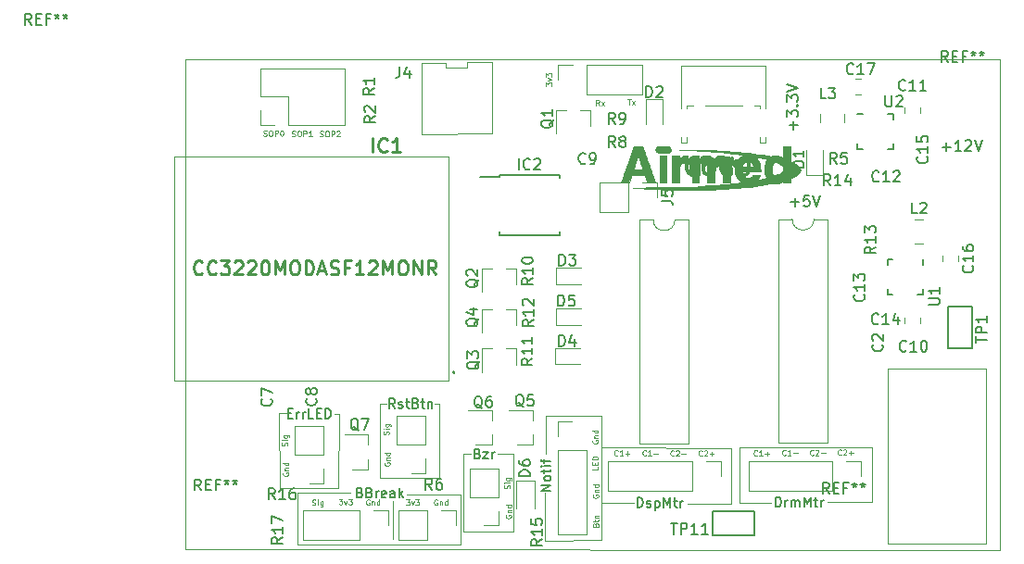
<source format=gbr>
G04 #@! TF.GenerationSoftware,KiCad,Pcbnew,(6.0.0-rc1-dev-1030-g80d50d98b)*
G04 #@! TF.CreationDate,2019-02-21T10:42:04-07:00*
G04 #@! TF.ProjectId,airmed_board_w2.0,6169726D65645F626F6172645F77322E,rev?*
G04 #@! TF.SameCoordinates,Original*
G04 #@! TF.FileFunction,Legend,Top*
G04 #@! TF.FilePolarity,Positive*
%FSLAX46Y46*%
G04 Gerber Fmt 4.6, Leading zero omitted, Abs format (unit mm)*
G04 Created by KiCad (PCBNEW (6.0.0-rc1-dev-1030-g80d50d98b)) date Thursday, February 21, 2019 at 10:42:04 AM*
%MOMM*%
%LPD*%
G01*
G04 APERTURE LIST*
%ADD10C,0.203200*%
%ADD11C,0.101600*%
%ADD12C,0.120000*%
%ADD13C,0.088900*%
%ADD14C,0.127000*%
%ADD15C,0.050000*%
%ADD16C,0.150000*%
%ADD17C,0.200000*%
%ADD18C,0.100000*%
%ADD19C,0.010000*%
%ADD20C,0.254000*%
%ADD21C,0.300000*%
G04 APERTURE END LIST*
D10*
X169082357Y-96901000D02*
X169082357Y-96146257D01*
X169459728Y-96523628D02*
X168704985Y-96523628D01*
X168469128Y-95768885D02*
X168469128Y-95155657D01*
X168846500Y-95485857D01*
X168846500Y-95344342D01*
X168893671Y-95250000D01*
X168940842Y-95202828D01*
X169035185Y-95155657D01*
X169271042Y-95155657D01*
X169365385Y-95202828D01*
X169412557Y-95250000D01*
X169459728Y-95344342D01*
X169459728Y-95627371D01*
X169412557Y-95721714D01*
X169365385Y-95768885D01*
X169365385Y-94731114D02*
X169412557Y-94683942D01*
X169459728Y-94731114D01*
X169412557Y-94778285D01*
X169365385Y-94731114D01*
X169459728Y-94731114D01*
X168469128Y-94353742D02*
X168469128Y-93740514D01*
X168846500Y-94070714D01*
X168846500Y-93929200D01*
X168893671Y-93834857D01*
X168940842Y-93787685D01*
X169035185Y-93740514D01*
X169271042Y-93740514D01*
X169365385Y-93787685D01*
X169412557Y-93834857D01*
X169459728Y-93929200D01*
X169459728Y-94212228D01*
X169412557Y-94306571D01*
X169365385Y-94353742D01*
X168469128Y-93457485D02*
X169459728Y-93127285D01*
X168469128Y-92797085D01*
X168804771Y-103550357D02*
X169559514Y-103550357D01*
X169182142Y-103927728D02*
X169182142Y-103172985D01*
X170502942Y-102937128D02*
X170031228Y-102937128D01*
X169984057Y-103408842D01*
X170031228Y-103361671D01*
X170125571Y-103314500D01*
X170361428Y-103314500D01*
X170455771Y-103361671D01*
X170502942Y-103408842D01*
X170550114Y-103503185D01*
X170550114Y-103739042D01*
X170502942Y-103833385D01*
X170455771Y-103880557D01*
X170361428Y-103927728D01*
X170125571Y-103927728D01*
X170031228Y-103880557D01*
X169984057Y-103833385D01*
X170833142Y-102937128D02*
X171163342Y-103927728D01*
X171493542Y-102937128D01*
X182658657Y-98495757D02*
X183413400Y-98495757D01*
X183036028Y-98873128D02*
X183036028Y-98118385D01*
X184404000Y-98873128D02*
X183837942Y-98873128D01*
X184120971Y-98873128D02*
X184120971Y-97882528D01*
X184026628Y-98024042D01*
X183932285Y-98118385D01*
X183837942Y-98165557D01*
X184781371Y-97976871D02*
X184828542Y-97929700D01*
X184922885Y-97882528D01*
X185158742Y-97882528D01*
X185253085Y-97929700D01*
X185300257Y-97976871D01*
X185347428Y-98071214D01*
X185347428Y-98165557D01*
X185300257Y-98307071D01*
X184734200Y-98873128D01*
X185347428Y-98873128D01*
X185630457Y-97882528D02*
X185960657Y-98873128D01*
X186290857Y-97882528D01*
D11*
X125813457Y-97538419D02*
X125886028Y-97562609D01*
X126006980Y-97562609D01*
X126055361Y-97538419D01*
X126079552Y-97514228D01*
X126103742Y-97465847D01*
X126103742Y-97417466D01*
X126079552Y-97369085D01*
X126055361Y-97344895D01*
X126006980Y-97320704D01*
X125910219Y-97296514D01*
X125861838Y-97272323D01*
X125837647Y-97248133D01*
X125813457Y-97199752D01*
X125813457Y-97151371D01*
X125837647Y-97102990D01*
X125861838Y-97078800D01*
X125910219Y-97054609D01*
X126031171Y-97054609D01*
X126103742Y-97078800D01*
X126418219Y-97054609D02*
X126514980Y-97054609D01*
X126563361Y-97078800D01*
X126611742Y-97127180D01*
X126635933Y-97223942D01*
X126635933Y-97393276D01*
X126611742Y-97490038D01*
X126563361Y-97538419D01*
X126514980Y-97562609D01*
X126418219Y-97562609D01*
X126369838Y-97538419D01*
X126321457Y-97490038D01*
X126297266Y-97393276D01*
X126297266Y-97223942D01*
X126321457Y-97127180D01*
X126369838Y-97078800D01*
X126418219Y-97054609D01*
X126853647Y-97562609D02*
X126853647Y-97054609D01*
X127047171Y-97054609D01*
X127095552Y-97078800D01*
X127119742Y-97102990D01*
X127143933Y-97151371D01*
X127143933Y-97223942D01*
X127119742Y-97272323D01*
X127095552Y-97296514D01*
X127047171Y-97320704D01*
X126853647Y-97320704D01*
X127337457Y-97102990D02*
X127361647Y-97078800D01*
X127410028Y-97054609D01*
X127530980Y-97054609D01*
X127579361Y-97078800D01*
X127603552Y-97102990D01*
X127627742Y-97151371D01*
X127627742Y-97199752D01*
X127603552Y-97272323D01*
X127313266Y-97562609D01*
X127627742Y-97562609D01*
X123260757Y-97525719D02*
X123333328Y-97549909D01*
X123454280Y-97549909D01*
X123502661Y-97525719D01*
X123526852Y-97501528D01*
X123551042Y-97453147D01*
X123551042Y-97404766D01*
X123526852Y-97356385D01*
X123502661Y-97332195D01*
X123454280Y-97308004D01*
X123357519Y-97283814D01*
X123309138Y-97259623D01*
X123284947Y-97235433D01*
X123260757Y-97187052D01*
X123260757Y-97138671D01*
X123284947Y-97090290D01*
X123309138Y-97066100D01*
X123357519Y-97041909D01*
X123478471Y-97041909D01*
X123551042Y-97066100D01*
X123865519Y-97041909D02*
X123962280Y-97041909D01*
X124010661Y-97066100D01*
X124059042Y-97114480D01*
X124083233Y-97211242D01*
X124083233Y-97380576D01*
X124059042Y-97477338D01*
X124010661Y-97525719D01*
X123962280Y-97549909D01*
X123865519Y-97549909D01*
X123817138Y-97525719D01*
X123768757Y-97477338D01*
X123744566Y-97380576D01*
X123744566Y-97211242D01*
X123768757Y-97114480D01*
X123817138Y-97066100D01*
X123865519Y-97041909D01*
X124300947Y-97549909D02*
X124300947Y-97041909D01*
X124494471Y-97041909D01*
X124542852Y-97066100D01*
X124567042Y-97090290D01*
X124591233Y-97138671D01*
X124591233Y-97211242D01*
X124567042Y-97259623D01*
X124542852Y-97283814D01*
X124494471Y-97308004D01*
X124300947Y-97308004D01*
X125075042Y-97549909D02*
X124784757Y-97549909D01*
X124929900Y-97549909D02*
X124929900Y-97041909D01*
X124881519Y-97114480D01*
X124833138Y-97162861D01*
X124784757Y-97187052D01*
X120644557Y-97474919D02*
X120717128Y-97499109D01*
X120838080Y-97499109D01*
X120886461Y-97474919D01*
X120910652Y-97450728D01*
X120934842Y-97402347D01*
X120934842Y-97353966D01*
X120910652Y-97305585D01*
X120886461Y-97281395D01*
X120838080Y-97257204D01*
X120741319Y-97233014D01*
X120692938Y-97208823D01*
X120668747Y-97184633D01*
X120644557Y-97136252D01*
X120644557Y-97087871D01*
X120668747Y-97039490D01*
X120692938Y-97015300D01*
X120741319Y-96991109D01*
X120862271Y-96991109D01*
X120934842Y-97015300D01*
X121249319Y-96991109D02*
X121346080Y-96991109D01*
X121394461Y-97015300D01*
X121442842Y-97063680D01*
X121467033Y-97160442D01*
X121467033Y-97329776D01*
X121442842Y-97426538D01*
X121394461Y-97474919D01*
X121346080Y-97499109D01*
X121249319Y-97499109D01*
X121200938Y-97474919D01*
X121152557Y-97426538D01*
X121128366Y-97329776D01*
X121128366Y-97160442D01*
X121152557Y-97063680D01*
X121200938Y-97015300D01*
X121249319Y-96991109D01*
X121684747Y-97499109D02*
X121684747Y-96991109D01*
X121878271Y-96991109D01*
X121926652Y-97015300D01*
X121950842Y-97039490D01*
X121975033Y-97087871D01*
X121975033Y-97160442D01*
X121950842Y-97208823D01*
X121926652Y-97233014D01*
X121878271Y-97257204D01*
X121684747Y-97257204D01*
X122289509Y-96991109D02*
X122337890Y-96991109D01*
X122386271Y-97015300D01*
X122410461Y-97039490D01*
X122434652Y-97087871D01*
X122458842Y-97184633D01*
X122458842Y-97305585D01*
X122434652Y-97402347D01*
X122410461Y-97450728D01*
X122386271Y-97474919D01*
X122337890Y-97499109D01*
X122289509Y-97499109D01*
X122241128Y-97474919D01*
X122216938Y-97450728D01*
X122192747Y-97402347D01*
X122168557Y-97305585D01*
X122168557Y-97184633D01*
X122192747Y-97087871D01*
X122216938Y-97039490D01*
X122241128Y-97015300D01*
X122289509Y-96991109D01*
X146457609Y-92933761D02*
X146457609Y-92619285D01*
X146651133Y-92788619D01*
X146651133Y-92716047D01*
X146675323Y-92667666D01*
X146699514Y-92643476D01*
X146747895Y-92619285D01*
X146868847Y-92619285D01*
X146917228Y-92643476D01*
X146941419Y-92667666D01*
X146965609Y-92716047D01*
X146965609Y-92861190D01*
X146941419Y-92909571D01*
X146917228Y-92933761D01*
X146626942Y-92449952D02*
X146965609Y-92329000D01*
X146626942Y-92208047D01*
X146457609Y-92062904D02*
X146457609Y-91748428D01*
X146651133Y-91917761D01*
X146651133Y-91845190D01*
X146675323Y-91796809D01*
X146699514Y-91772619D01*
X146747895Y-91748428D01*
X146868847Y-91748428D01*
X146917228Y-91772619D01*
X146941419Y-91796809D01*
X146965609Y-91845190D01*
X146965609Y-91990333D01*
X146941419Y-92038714D01*
X146917228Y-92062904D01*
X151335619Y-94692409D02*
X151166285Y-94450504D01*
X151045333Y-94692409D02*
X151045333Y-94184409D01*
X151238857Y-94184409D01*
X151287238Y-94208600D01*
X151311428Y-94232790D01*
X151335619Y-94281171D01*
X151335619Y-94353742D01*
X151311428Y-94402123D01*
X151287238Y-94426314D01*
X151238857Y-94450504D01*
X151045333Y-94450504D01*
X151504952Y-94692409D02*
X151771047Y-94353742D01*
X151504952Y-94353742D02*
X151771047Y-94692409D01*
X153928838Y-94159009D02*
X154219123Y-94159009D01*
X154073980Y-94667009D02*
X154073980Y-94159009D01*
X154340076Y-94667009D02*
X154606171Y-94328342D01*
X154340076Y-94328342D02*
X154606171Y-94667009D01*
D12*
X176212500Y-130975100D02*
X172212000Y-130975100D01*
X176212500Y-125971300D02*
X176212500Y-130975100D01*
X164122100Y-126009400D02*
X176212500Y-125971300D01*
X164122100Y-131076700D02*
X164122100Y-126009400D01*
X167055800Y-131076700D02*
X164122100Y-131076700D01*
X163410900Y-131102100D02*
X159423100Y-131102100D01*
X163360100Y-126034800D02*
X163410900Y-131102100D01*
X151549100Y-125996700D02*
X163360100Y-126034800D01*
X151549100Y-131051300D02*
X151549100Y-125996700D01*
X154470100Y-131038600D02*
X151549100Y-131051300D01*
D11*
X173425757Y-126635328D02*
X173401566Y-126659519D01*
X173328995Y-126683709D01*
X173280614Y-126683709D01*
X173208042Y-126659519D01*
X173159661Y-126611138D01*
X173135471Y-126562757D01*
X173111280Y-126465995D01*
X173111280Y-126393423D01*
X173135471Y-126296661D01*
X173159661Y-126248280D01*
X173208042Y-126199900D01*
X173280614Y-126175709D01*
X173328995Y-126175709D01*
X173401566Y-126199900D01*
X173425757Y-126224090D01*
X173619280Y-126224090D02*
X173643471Y-126199900D01*
X173691852Y-126175709D01*
X173812804Y-126175709D01*
X173861185Y-126199900D01*
X173885376Y-126224090D01*
X173909566Y-126272471D01*
X173909566Y-126320852D01*
X173885376Y-126393423D01*
X173595090Y-126683709D01*
X173909566Y-126683709D01*
X174127280Y-126490185D02*
X174514328Y-126490185D01*
X174320804Y-126683709D02*
X174320804Y-126296661D01*
X170885757Y-126660728D02*
X170861566Y-126684919D01*
X170788995Y-126709109D01*
X170740614Y-126709109D01*
X170668042Y-126684919D01*
X170619661Y-126636538D01*
X170595471Y-126588157D01*
X170571280Y-126491395D01*
X170571280Y-126418823D01*
X170595471Y-126322061D01*
X170619661Y-126273680D01*
X170668042Y-126225300D01*
X170740614Y-126201109D01*
X170788995Y-126201109D01*
X170861566Y-126225300D01*
X170885757Y-126249490D01*
X171079280Y-126249490D02*
X171103471Y-126225300D01*
X171151852Y-126201109D01*
X171272804Y-126201109D01*
X171321185Y-126225300D01*
X171345376Y-126249490D01*
X171369566Y-126297871D01*
X171369566Y-126346252D01*
X171345376Y-126418823D01*
X171055090Y-126709109D01*
X171369566Y-126709109D01*
X171587280Y-126515585D02*
X171974328Y-126515585D01*
X168345757Y-126660728D02*
X168321566Y-126684919D01*
X168248995Y-126709109D01*
X168200614Y-126709109D01*
X168128042Y-126684919D01*
X168079661Y-126636538D01*
X168055471Y-126588157D01*
X168031280Y-126491395D01*
X168031280Y-126418823D01*
X168055471Y-126322061D01*
X168079661Y-126273680D01*
X168128042Y-126225300D01*
X168200614Y-126201109D01*
X168248995Y-126201109D01*
X168321566Y-126225300D01*
X168345757Y-126249490D01*
X168829566Y-126709109D02*
X168539280Y-126709109D01*
X168684423Y-126709109D02*
X168684423Y-126201109D01*
X168636042Y-126273680D01*
X168587661Y-126322061D01*
X168539280Y-126346252D01*
X169047280Y-126515585D02*
X169434328Y-126515585D01*
X165754957Y-126698828D02*
X165730766Y-126723019D01*
X165658195Y-126747209D01*
X165609814Y-126747209D01*
X165537242Y-126723019D01*
X165488861Y-126674638D01*
X165464671Y-126626257D01*
X165440480Y-126529495D01*
X165440480Y-126456923D01*
X165464671Y-126360161D01*
X165488861Y-126311780D01*
X165537242Y-126263400D01*
X165609814Y-126239209D01*
X165658195Y-126239209D01*
X165730766Y-126263400D01*
X165754957Y-126287590D01*
X166238766Y-126747209D02*
X165948480Y-126747209D01*
X166093623Y-126747209D02*
X166093623Y-126239209D01*
X166045242Y-126311780D01*
X165996861Y-126360161D01*
X165948480Y-126384352D01*
X166456480Y-126553685D02*
X166843528Y-126553685D01*
X166650004Y-126747209D02*
X166650004Y-126360161D01*
X153016857Y-126686128D02*
X152992666Y-126710319D01*
X152920095Y-126734509D01*
X152871714Y-126734509D01*
X152799142Y-126710319D01*
X152750761Y-126661938D01*
X152726571Y-126613557D01*
X152702380Y-126516795D01*
X152702380Y-126444223D01*
X152726571Y-126347461D01*
X152750761Y-126299080D01*
X152799142Y-126250700D01*
X152871714Y-126226509D01*
X152920095Y-126226509D01*
X152992666Y-126250700D01*
X153016857Y-126274890D01*
X153500666Y-126734509D02*
X153210380Y-126734509D01*
X153355523Y-126734509D02*
X153355523Y-126226509D01*
X153307142Y-126299080D01*
X153258761Y-126347461D01*
X153210380Y-126371652D01*
X153718380Y-126540985D02*
X154105428Y-126540985D01*
X153911904Y-126734509D02*
X153911904Y-126347461D01*
X155607657Y-126686128D02*
X155583466Y-126710319D01*
X155510895Y-126734509D01*
X155462514Y-126734509D01*
X155389942Y-126710319D01*
X155341561Y-126661938D01*
X155317371Y-126613557D01*
X155293180Y-126516795D01*
X155293180Y-126444223D01*
X155317371Y-126347461D01*
X155341561Y-126299080D01*
X155389942Y-126250700D01*
X155462514Y-126226509D01*
X155510895Y-126226509D01*
X155583466Y-126250700D01*
X155607657Y-126274890D01*
X156091466Y-126734509D02*
X155801180Y-126734509D01*
X155946323Y-126734509D02*
X155946323Y-126226509D01*
X155897942Y-126299080D01*
X155849561Y-126347461D01*
X155801180Y-126371652D01*
X156309180Y-126540985D02*
X156696228Y-126540985D01*
X158147657Y-126711528D02*
X158123466Y-126735719D01*
X158050895Y-126759909D01*
X158002514Y-126759909D01*
X157929942Y-126735719D01*
X157881561Y-126687338D01*
X157857371Y-126638957D01*
X157833180Y-126542195D01*
X157833180Y-126469623D01*
X157857371Y-126372861D01*
X157881561Y-126324480D01*
X157929942Y-126276100D01*
X158002514Y-126251909D01*
X158050895Y-126251909D01*
X158123466Y-126276100D01*
X158147657Y-126300290D01*
X158341180Y-126300290D02*
X158365371Y-126276100D01*
X158413752Y-126251909D01*
X158534704Y-126251909D01*
X158583085Y-126276100D01*
X158607276Y-126300290D01*
X158631466Y-126348671D01*
X158631466Y-126397052D01*
X158607276Y-126469623D01*
X158316990Y-126759909D01*
X158631466Y-126759909D01*
X158849180Y-126566385D02*
X159236228Y-126566385D01*
X160713057Y-126711528D02*
X160688866Y-126735719D01*
X160616295Y-126759909D01*
X160567914Y-126759909D01*
X160495342Y-126735719D01*
X160446961Y-126687338D01*
X160422771Y-126638957D01*
X160398580Y-126542195D01*
X160398580Y-126469623D01*
X160422771Y-126372861D01*
X160446961Y-126324480D01*
X160495342Y-126276100D01*
X160567914Y-126251909D01*
X160616295Y-126251909D01*
X160688866Y-126276100D01*
X160713057Y-126300290D01*
X160906580Y-126300290D02*
X160930771Y-126276100D01*
X160979152Y-126251909D01*
X161100104Y-126251909D01*
X161148485Y-126276100D01*
X161172676Y-126300290D01*
X161196866Y-126348671D01*
X161196866Y-126397052D01*
X161172676Y-126469623D01*
X160882390Y-126759909D01*
X161196866Y-126759909D01*
X161414580Y-126566385D02*
X161801628Y-126566385D01*
X161608104Y-126759909D02*
X161608104Y-126372861D01*
D12*
X146456400Y-123113800D02*
X146469100Y-126593600D01*
X151549100Y-123126500D02*
X146456400Y-123113800D01*
X151523700Y-134467600D02*
X151549100Y-123126500D01*
X146392900Y-134480300D02*
X151523700Y-134467600D01*
X146392900Y-130136900D02*
X146392900Y-134480300D01*
D11*
X150979414Y-133040966D02*
X151003604Y-132968395D01*
X151027795Y-132944204D01*
X151076176Y-132920014D01*
X151148747Y-132920014D01*
X151197128Y-132944204D01*
X151221319Y-132968395D01*
X151245509Y-133016776D01*
X151245509Y-133210300D01*
X150737509Y-133210300D01*
X150737509Y-133040966D01*
X150761700Y-132992585D01*
X150785890Y-132968395D01*
X150834271Y-132944204D01*
X150882652Y-132944204D01*
X150931033Y-132968395D01*
X150955223Y-132992585D01*
X150979414Y-133040966D01*
X150979414Y-133210300D01*
X150906842Y-132774871D02*
X150906842Y-132581347D01*
X150737509Y-132702300D02*
X151172938Y-132702300D01*
X151221319Y-132678109D01*
X151245509Y-132629728D01*
X151245509Y-132581347D01*
X150906842Y-132412014D02*
X151245509Y-132412014D01*
X150955223Y-132412014D02*
X150931033Y-132387823D01*
X150906842Y-132339442D01*
X150906842Y-132266871D01*
X150931033Y-132218490D01*
X150979414Y-132194300D01*
X151245509Y-132194300D01*
X150749000Y-130311071D02*
X150724809Y-130359452D01*
X150724809Y-130432023D01*
X150749000Y-130504595D01*
X150797380Y-130552976D01*
X150845761Y-130577166D01*
X150942523Y-130601357D01*
X151015095Y-130601357D01*
X151111857Y-130577166D01*
X151160238Y-130552976D01*
X151208619Y-130504595D01*
X151232809Y-130432023D01*
X151232809Y-130383642D01*
X151208619Y-130311071D01*
X151184428Y-130286880D01*
X151015095Y-130286880D01*
X151015095Y-130383642D01*
X150894142Y-130069166D02*
X151232809Y-130069166D01*
X150942523Y-130069166D02*
X150918333Y-130044976D01*
X150894142Y-129996595D01*
X150894142Y-129924023D01*
X150918333Y-129875642D01*
X150966714Y-129851452D01*
X151232809Y-129851452D01*
X151232809Y-129391833D02*
X150724809Y-129391833D01*
X151208619Y-129391833D02*
X151232809Y-129440214D01*
X151232809Y-129536976D01*
X151208619Y-129585357D01*
X151184428Y-129609547D01*
X151136047Y-129633738D01*
X150990904Y-129633738D01*
X150942523Y-129609547D01*
X150918333Y-129585357D01*
X150894142Y-129536976D01*
X150894142Y-129440214D01*
X150918333Y-129391833D01*
X151207409Y-127720271D02*
X151207409Y-127962176D01*
X150699409Y-127962176D01*
X150941314Y-127550938D02*
X150941314Y-127381604D01*
X151207409Y-127309033D02*
X151207409Y-127550938D01*
X150699409Y-127550938D01*
X150699409Y-127309033D01*
X151207409Y-127091319D02*
X150699409Y-127091319D01*
X150699409Y-126970366D01*
X150723600Y-126897795D01*
X150771980Y-126849414D01*
X150820361Y-126825223D01*
X150917123Y-126801033D01*
X150989695Y-126801033D01*
X151086457Y-126825223D01*
X151134838Y-126849414D01*
X151183219Y-126897795D01*
X151207409Y-126970366D01*
X151207409Y-127091319D01*
X150723600Y-125332671D02*
X150699409Y-125381052D01*
X150699409Y-125453623D01*
X150723600Y-125526195D01*
X150771980Y-125574576D01*
X150820361Y-125598766D01*
X150917123Y-125622957D01*
X150989695Y-125622957D01*
X151086457Y-125598766D01*
X151134838Y-125574576D01*
X151183219Y-125526195D01*
X151207409Y-125453623D01*
X151207409Y-125405242D01*
X151183219Y-125332671D01*
X151159028Y-125308480D01*
X150989695Y-125308480D01*
X150989695Y-125405242D01*
X150868742Y-125090766D02*
X151207409Y-125090766D01*
X150917123Y-125090766D02*
X150892933Y-125066576D01*
X150868742Y-125018195D01*
X150868742Y-124945623D01*
X150892933Y-124897242D01*
X150941314Y-124873052D01*
X151207409Y-124873052D01*
X151207409Y-124413433D02*
X150699409Y-124413433D01*
X151183219Y-124413433D02*
X151207409Y-124461814D01*
X151207409Y-124558576D01*
X151183219Y-124606957D01*
X151159028Y-124631147D01*
X151110647Y-124655338D01*
X150965504Y-124655338D01*
X150917123Y-124631147D01*
X150892933Y-124606957D01*
X150868742Y-124558576D01*
X150868742Y-124461814D01*
X150892933Y-124413433D01*
D12*
X143497300Y-126555500D02*
X142074900Y-126542800D01*
X143497300Y-133692900D02*
X143497300Y-126555500D01*
X142862300Y-133692900D02*
X143497300Y-133692900D01*
X138899900Y-133692900D02*
X142862300Y-133692900D01*
X138899900Y-126555500D02*
X138899900Y-133692900D01*
X139560300Y-126555500D02*
X138899900Y-126555500D01*
D11*
X143131419Y-129731104D02*
X143155609Y-129658533D01*
X143155609Y-129537580D01*
X143131419Y-129489200D01*
X143107228Y-129465009D01*
X143058847Y-129440819D01*
X143010466Y-129440819D01*
X142962085Y-129465009D01*
X142937895Y-129489200D01*
X142913704Y-129537580D01*
X142889514Y-129634342D01*
X142865323Y-129682723D01*
X142841133Y-129706914D01*
X142792752Y-129731104D01*
X142744371Y-129731104D01*
X142695990Y-129706914D01*
X142671800Y-129682723D01*
X142647609Y-129634342D01*
X142647609Y-129513390D01*
X142671800Y-129440819D01*
X143155609Y-129223104D02*
X142816942Y-129223104D01*
X142647609Y-129223104D02*
X142671800Y-129247295D01*
X142695990Y-129223104D01*
X142671800Y-129198914D01*
X142647609Y-129223104D01*
X142695990Y-129223104D01*
X142816942Y-128763485D02*
X143228180Y-128763485D01*
X143276561Y-128787676D01*
X143300752Y-128811866D01*
X143324942Y-128860247D01*
X143324942Y-128932819D01*
X143300752Y-128981200D01*
X143131419Y-128763485D02*
X143155609Y-128811866D01*
X143155609Y-128908628D01*
X143131419Y-128957009D01*
X143107228Y-128981200D01*
X143058847Y-129005390D01*
X142913704Y-129005390D01*
X142865323Y-128981200D01*
X142841133Y-128957009D01*
X142816942Y-128908628D01*
X142816942Y-128811866D01*
X142841133Y-128763485D01*
X142798800Y-132165271D02*
X142774609Y-132213652D01*
X142774609Y-132286223D01*
X142798800Y-132358795D01*
X142847180Y-132407176D01*
X142895561Y-132431366D01*
X142992323Y-132455557D01*
X143064895Y-132455557D01*
X143161657Y-132431366D01*
X143210038Y-132407176D01*
X143258419Y-132358795D01*
X143282609Y-132286223D01*
X143282609Y-132237842D01*
X143258419Y-132165271D01*
X143234228Y-132141080D01*
X143064895Y-132141080D01*
X143064895Y-132237842D01*
X142943942Y-131923366D02*
X143282609Y-131923366D01*
X142992323Y-131923366D02*
X142968133Y-131899176D01*
X142943942Y-131850795D01*
X142943942Y-131778223D01*
X142968133Y-131729842D01*
X143016514Y-131705652D01*
X143282609Y-131705652D01*
X143282609Y-131246033D02*
X142774609Y-131246033D01*
X143258419Y-131246033D02*
X143282609Y-131294414D01*
X143282609Y-131391176D01*
X143258419Y-131439557D01*
X143234228Y-131463747D01*
X143185847Y-131487938D01*
X143040704Y-131487938D01*
X142992323Y-131463747D01*
X142968133Y-131439557D01*
X142943942Y-131391176D01*
X142943942Y-131294414D01*
X142968133Y-131246033D01*
D12*
X136740900Y-121958100D02*
X136296400Y-121958100D01*
X136728200Y-128790700D02*
X136740900Y-121958100D01*
X131318000Y-128790700D02*
X136728200Y-128790700D01*
X131305300Y-122008900D02*
X131318000Y-128790700D01*
X131889500Y-122008900D02*
X131305300Y-122008900D01*
X127526877Y-122910537D02*
X127171277Y-122910537D01*
X127514177Y-129692337D02*
X127526877Y-122910537D01*
X122116677Y-129692337D02*
X127514177Y-129692337D01*
X122091277Y-122847037D02*
X122116677Y-129692337D01*
X122700877Y-122847037D02*
X122091277Y-122847037D01*
D11*
X132082419Y-124790804D02*
X132106609Y-124718233D01*
X132106609Y-124597280D01*
X132082419Y-124548900D01*
X132058228Y-124524709D01*
X132009847Y-124500519D01*
X131961466Y-124500519D01*
X131913085Y-124524709D01*
X131888895Y-124548900D01*
X131864704Y-124597280D01*
X131840514Y-124694042D01*
X131816323Y-124742423D01*
X131792133Y-124766614D01*
X131743752Y-124790804D01*
X131695371Y-124790804D01*
X131646990Y-124766614D01*
X131622800Y-124742423D01*
X131598609Y-124694042D01*
X131598609Y-124573090D01*
X131622800Y-124500519D01*
X132106609Y-124282804D02*
X131767942Y-124282804D01*
X131598609Y-124282804D02*
X131622800Y-124306995D01*
X131646990Y-124282804D01*
X131622800Y-124258614D01*
X131598609Y-124282804D01*
X131646990Y-124282804D01*
X131767942Y-123823185D02*
X132179180Y-123823185D01*
X132227561Y-123847376D01*
X132251752Y-123871566D01*
X132275942Y-123919947D01*
X132275942Y-123992519D01*
X132251752Y-124040900D01*
X132082419Y-123823185D02*
X132106609Y-123871566D01*
X132106609Y-123968328D01*
X132082419Y-124016709D01*
X132058228Y-124040900D01*
X132009847Y-124065090D01*
X131864704Y-124065090D01*
X131816323Y-124040900D01*
X131792133Y-124016709D01*
X131767942Y-123968328D01*
X131767942Y-123871566D01*
X131792133Y-123823185D01*
X131711700Y-127377371D02*
X131687509Y-127425752D01*
X131687509Y-127498323D01*
X131711700Y-127570895D01*
X131760080Y-127619276D01*
X131808461Y-127643466D01*
X131905223Y-127667657D01*
X131977795Y-127667657D01*
X132074557Y-127643466D01*
X132122938Y-127619276D01*
X132171319Y-127570895D01*
X132195509Y-127498323D01*
X132195509Y-127449942D01*
X132171319Y-127377371D01*
X132147128Y-127353180D01*
X131977795Y-127353180D01*
X131977795Y-127449942D01*
X131856842Y-127135466D02*
X132195509Y-127135466D01*
X131905223Y-127135466D02*
X131881033Y-127111276D01*
X131856842Y-127062895D01*
X131856842Y-126990323D01*
X131881033Y-126941942D01*
X131929414Y-126917752D01*
X132195509Y-126917752D01*
X132195509Y-126458133D02*
X131687509Y-126458133D01*
X132171319Y-126458133D02*
X132195509Y-126506514D01*
X132195509Y-126603276D01*
X132171319Y-126651657D01*
X132147128Y-126675847D01*
X132098747Y-126700038D01*
X131953604Y-126700038D01*
X131905223Y-126675847D01*
X131881033Y-126651657D01*
X131856842Y-126603276D01*
X131856842Y-126506514D01*
X131881033Y-126458133D01*
X122817596Y-125806741D02*
X122841786Y-125734170D01*
X122841786Y-125613217D01*
X122817596Y-125564837D01*
X122793405Y-125540646D01*
X122745024Y-125516456D01*
X122696643Y-125516456D01*
X122648262Y-125540646D01*
X122624072Y-125564837D01*
X122599881Y-125613217D01*
X122575691Y-125709979D01*
X122551500Y-125758360D01*
X122527310Y-125782551D01*
X122478929Y-125806741D01*
X122430548Y-125806741D01*
X122382167Y-125782551D01*
X122357977Y-125758360D01*
X122333786Y-125709979D01*
X122333786Y-125589027D01*
X122357977Y-125516456D01*
X122841786Y-125298741D02*
X122503119Y-125298741D01*
X122333786Y-125298741D02*
X122357977Y-125322932D01*
X122382167Y-125298741D01*
X122357977Y-125274551D01*
X122333786Y-125298741D01*
X122382167Y-125298741D01*
X122503119Y-124839122D02*
X122914357Y-124839122D01*
X122962738Y-124863313D01*
X122986929Y-124887503D01*
X123011119Y-124935884D01*
X123011119Y-125008456D01*
X122986929Y-125056837D01*
X122817596Y-124839122D02*
X122841786Y-124887503D01*
X122841786Y-124984265D01*
X122817596Y-125032646D01*
X122793405Y-125056837D01*
X122745024Y-125081027D01*
X122599881Y-125081027D01*
X122551500Y-125056837D01*
X122527310Y-125032646D01*
X122503119Y-124984265D01*
X122503119Y-124887503D01*
X122527310Y-124839122D01*
X122446877Y-128291708D02*
X122422686Y-128340089D01*
X122422686Y-128412660D01*
X122446877Y-128485232D01*
X122495257Y-128533613D01*
X122543638Y-128557803D01*
X122640400Y-128581994D01*
X122712972Y-128581994D01*
X122809734Y-128557803D01*
X122858115Y-128533613D01*
X122906496Y-128485232D01*
X122930686Y-128412660D01*
X122930686Y-128364279D01*
X122906496Y-128291708D01*
X122882305Y-128267517D01*
X122712972Y-128267517D01*
X122712972Y-128364279D01*
X122592019Y-128049803D02*
X122930686Y-128049803D01*
X122640400Y-128049803D02*
X122616210Y-128025613D01*
X122592019Y-127977232D01*
X122592019Y-127904660D01*
X122616210Y-127856279D01*
X122664591Y-127832089D01*
X122930686Y-127832089D01*
X122930686Y-127372470D02*
X122422686Y-127372470D01*
X122906496Y-127372470D02*
X122930686Y-127420851D01*
X122930686Y-127517613D01*
X122906496Y-127565994D01*
X122882305Y-127590184D01*
X122833924Y-127614375D01*
X122688781Y-127614375D01*
X122640400Y-127590184D01*
X122616210Y-127565994D01*
X122592019Y-127517613D01*
X122592019Y-127420851D01*
X122616210Y-127372470D01*
D13*
X132486400Y-130898900D02*
X132486400Y-134391400D01*
D12*
X138671300Y-130289300D02*
X133731000Y-130289300D01*
X138696700Y-134886700D02*
X138671300Y-130289300D01*
X123761500Y-134886700D02*
X138696700Y-134886700D01*
X123761500Y-130136900D02*
X123761500Y-134886700D01*
X128549400Y-130149600D02*
X123761500Y-130136900D01*
D11*
X136515928Y-130759200D02*
X136467547Y-130735009D01*
X136394976Y-130735009D01*
X136322404Y-130759200D01*
X136274023Y-130807580D01*
X136249833Y-130855961D01*
X136225642Y-130952723D01*
X136225642Y-131025295D01*
X136249833Y-131122057D01*
X136274023Y-131170438D01*
X136322404Y-131218819D01*
X136394976Y-131243009D01*
X136443357Y-131243009D01*
X136515928Y-131218819D01*
X136540119Y-131194628D01*
X136540119Y-131025295D01*
X136443357Y-131025295D01*
X136757833Y-130904342D02*
X136757833Y-131243009D01*
X136757833Y-130952723D02*
X136782023Y-130928533D01*
X136830404Y-130904342D01*
X136902976Y-130904342D01*
X136951357Y-130928533D01*
X136975547Y-130976914D01*
X136975547Y-131243009D01*
X137435166Y-131243009D02*
X137435166Y-130735009D01*
X137435166Y-131218819D02*
X137386785Y-131243009D01*
X137290023Y-131243009D01*
X137241642Y-131218819D01*
X137217452Y-131194628D01*
X137193261Y-131146247D01*
X137193261Y-131001104D01*
X137217452Y-130952723D01*
X137241642Y-130928533D01*
X137290023Y-130904342D01*
X137386785Y-130904342D01*
X137435166Y-130928533D01*
X133672338Y-130735009D02*
X133986814Y-130735009D01*
X133817480Y-130928533D01*
X133890052Y-130928533D01*
X133938433Y-130952723D01*
X133962623Y-130976914D01*
X133986814Y-131025295D01*
X133986814Y-131146247D01*
X133962623Y-131194628D01*
X133938433Y-131218819D01*
X133890052Y-131243009D01*
X133744909Y-131243009D01*
X133696528Y-131218819D01*
X133672338Y-131194628D01*
X134156147Y-130904342D02*
X134277100Y-131243009D01*
X134398052Y-130904342D01*
X134543195Y-130735009D02*
X134857671Y-130735009D01*
X134688338Y-130928533D01*
X134760909Y-130928533D01*
X134809290Y-130952723D01*
X134833480Y-130976914D01*
X134857671Y-131025295D01*
X134857671Y-131146247D01*
X134833480Y-131194628D01*
X134809290Y-131218819D01*
X134760909Y-131243009D01*
X134615766Y-131243009D01*
X134567385Y-131218819D01*
X134543195Y-131194628D01*
X125107095Y-131231519D02*
X125179666Y-131255709D01*
X125300619Y-131255709D01*
X125349000Y-131231519D01*
X125373190Y-131207328D01*
X125397380Y-131158947D01*
X125397380Y-131110566D01*
X125373190Y-131062185D01*
X125349000Y-131037995D01*
X125300619Y-131013804D01*
X125203857Y-130989614D01*
X125155476Y-130965423D01*
X125131285Y-130941233D01*
X125107095Y-130892852D01*
X125107095Y-130844471D01*
X125131285Y-130796090D01*
X125155476Y-130771900D01*
X125203857Y-130747709D01*
X125324809Y-130747709D01*
X125397380Y-130771900D01*
X125615095Y-131255709D02*
X125615095Y-130917042D01*
X125615095Y-130747709D02*
X125590904Y-130771900D01*
X125615095Y-130796090D01*
X125639285Y-130771900D01*
X125615095Y-130747709D01*
X125615095Y-130796090D01*
X126074714Y-130917042D02*
X126074714Y-131328280D01*
X126050523Y-131376661D01*
X126026333Y-131400852D01*
X125977952Y-131425042D01*
X125905380Y-131425042D01*
X125857000Y-131400852D01*
X126074714Y-131231519D02*
X126026333Y-131255709D01*
X125929571Y-131255709D01*
X125881190Y-131231519D01*
X125857000Y-131207328D01*
X125832809Y-131158947D01*
X125832809Y-131013804D01*
X125857000Y-130965423D01*
X125881190Y-130941233D01*
X125929571Y-130917042D01*
X126026333Y-130917042D01*
X126074714Y-130941233D01*
X127538238Y-130684209D02*
X127852714Y-130684209D01*
X127683380Y-130877733D01*
X127755952Y-130877733D01*
X127804333Y-130901923D01*
X127828523Y-130926114D01*
X127852714Y-130974495D01*
X127852714Y-131095447D01*
X127828523Y-131143828D01*
X127804333Y-131168019D01*
X127755952Y-131192209D01*
X127610809Y-131192209D01*
X127562428Y-131168019D01*
X127538238Y-131143828D01*
X128022047Y-130853542D02*
X128143000Y-131192209D01*
X128263952Y-130853542D01*
X128409095Y-130684209D02*
X128723571Y-130684209D01*
X128554238Y-130877733D01*
X128626809Y-130877733D01*
X128675190Y-130901923D01*
X128699380Y-130926114D01*
X128723571Y-130974495D01*
X128723571Y-131095447D01*
X128699380Y-131143828D01*
X128675190Y-131168019D01*
X128626809Y-131192209D01*
X128481666Y-131192209D01*
X128433285Y-131168019D01*
X128409095Y-131143828D01*
X130318328Y-130759200D02*
X130269947Y-130735009D01*
X130197376Y-130735009D01*
X130124804Y-130759200D01*
X130076423Y-130807580D01*
X130052233Y-130855961D01*
X130028042Y-130952723D01*
X130028042Y-131025295D01*
X130052233Y-131122057D01*
X130076423Y-131170438D01*
X130124804Y-131218819D01*
X130197376Y-131243009D01*
X130245757Y-131243009D01*
X130318328Y-131218819D01*
X130342519Y-131194628D01*
X130342519Y-131025295D01*
X130245757Y-131025295D01*
X130560233Y-130904342D02*
X130560233Y-131243009D01*
X130560233Y-130952723D02*
X130584423Y-130928533D01*
X130632804Y-130904342D01*
X130705376Y-130904342D01*
X130753757Y-130928533D01*
X130777947Y-130976914D01*
X130777947Y-131243009D01*
X131237566Y-131243009D02*
X131237566Y-130735009D01*
X131237566Y-131218819D02*
X131189185Y-131243009D01*
X131092423Y-131243009D01*
X131044042Y-131218819D01*
X131019852Y-131194628D01*
X130995661Y-131146247D01*
X130995661Y-131001104D01*
X131019852Y-130952723D01*
X131044042Y-130928533D01*
X131092423Y-130904342D01*
X131189185Y-130904342D01*
X131237566Y-130928533D01*
D14*
X167432566Y-131402666D02*
X167432566Y-130513666D01*
X167644233Y-130513666D01*
X167771233Y-130556000D01*
X167855900Y-130640666D01*
X167898233Y-130725333D01*
X167940566Y-130894666D01*
X167940566Y-131021666D01*
X167898233Y-131191000D01*
X167855900Y-131275666D01*
X167771233Y-131360333D01*
X167644233Y-131402666D01*
X167432566Y-131402666D01*
X168321566Y-131402666D02*
X168321566Y-130810000D01*
X168321566Y-130979333D02*
X168363900Y-130894666D01*
X168406233Y-130852333D01*
X168490900Y-130810000D01*
X168575566Y-130810000D01*
X168871900Y-131402666D02*
X168871900Y-130810000D01*
X168871900Y-130894666D02*
X168914233Y-130852333D01*
X168998900Y-130810000D01*
X169125900Y-130810000D01*
X169210566Y-130852333D01*
X169252900Y-130937000D01*
X169252900Y-131402666D01*
X169252900Y-130937000D02*
X169295233Y-130852333D01*
X169379900Y-130810000D01*
X169506900Y-130810000D01*
X169591566Y-130852333D01*
X169633900Y-130937000D01*
X169633900Y-131402666D01*
X170057233Y-131402666D02*
X170057233Y-130513666D01*
X170353566Y-131148666D01*
X170649900Y-130513666D01*
X170649900Y-131402666D01*
X170946233Y-130810000D02*
X171284900Y-130810000D01*
X171073233Y-130513666D02*
X171073233Y-131275666D01*
X171115566Y-131360333D01*
X171200233Y-131402666D01*
X171284900Y-131402666D01*
X171581233Y-131402666D02*
X171581233Y-130810000D01*
X171581233Y-130979333D02*
X171623566Y-130894666D01*
X171665900Y-130852333D01*
X171750566Y-130810000D01*
X171835233Y-130810000D01*
X154787600Y-131466166D02*
X154787600Y-130577166D01*
X154999266Y-130577166D01*
X155126266Y-130619500D01*
X155210933Y-130704166D01*
X155253266Y-130788833D01*
X155295600Y-130958166D01*
X155295600Y-131085166D01*
X155253266Y-131254500D01*
X155210933Y-131339166D01*
X155126266Y-131423833D01*
X154999266Y-131466166D01*
X154787600Y-131466166D01*
X155634266Y-131423833D02*
X155718933Y-131466166D01*
X155888266Y-131466166D01*
X155972933Y-131423833D01*
X156015266Y-131339166D01*
X156015266Y-131296833D01*
X155972933Y-131212166D01*
X155888266Y-131169833D01*
X155761266Y-131169833D01*
X155676600Y-131127500D01*
X155634266Y-131042833D01*
X155634266Y-131000500D01*
X155676600Y-130915833D01*
X155761266Y-130873500D01*
X155888266Y-130873500D01*
X155972933Y-130915833D01*
X156396266Y-130873500D02*
X156396266Y-131762500D01*
X156396266Y-130915833D02*
X156480933Y-130873500D01*
X156650266Y-130873500D01*
X156734933Y-130915833D01*
X156777266Y-130958166D01*
X156819600Y-131042833D01*
X156819600Y-131296833D01*
X156777266Y-131381500D01*
X156734933Y-131423833D01*
X156650266Y-131466166D01*
X156480933Y-131466166D01*
X156396266Y-131423833D01*
X157200600Y-131466166D02*
X157200600Y-130577166D01*
X157496933Y-131212166D01*
X157793266Y-130577166D01*
X157793266Y-131466166D01*
X158089600Y-130873500D02*
X158428266Y-130873500D01*
X158216600Y-130577166D02*
X158216600Y-131339166D01*
X158258933Y-131423833D01*
X158343600Y-131466166D01*
X158428266Y-131466166D01*
X158724600Y-131466166D02*
X158724600Y-130873500D01*
X158724600Y-131042833D02*
X158766933Y-130958166D01*
X158809266Y-130915833D01*
X158893933Y-130873500D01*
X158978600Y-130873500D01*
X146871266Y-129912533D02*
X145982266Y-129912533D01*
X146871266Y-129404533D01*
X145982266Y-129404533D01*
X146871266Y-128854200D02*
X146828933Y-128938866D01*
X146786600Y-128981200D01*
X146701933Y-129023533D01*
X146447933Y-129023533D01*
X146363266Y-128981200D01*
X146320933Y-128938866D01*
X146278600Y-128854200D01*
X146278600Y-128727200D01*
X146320933Y-128642533D01*
X146363266Y-128600200D01*
X146447933Y-128557866D01*
X146701933Y-128557866D01*
X146786600Y-128600200D01*
X146828933Y-128642533D01*
X146871266Y-128727200D01*
X146871266Y-128854200D01*
X146278600Y-128303866D02*
X146278600Y-127965200D01*
X145982266Y-128176866D02*
X146744266Y-128176866D01*
X146828933Y-128134533D01*
X146871266Y-128049866D01*
X146871266Y-127965200D01*
X146871266Y-127668866D02*
X146278600Y-127668866D01*
X145982266Y-127668866D02*
X146024600Y-127711200D01*
X146066933Y-127668866D01*
X146024600Y-127626533D01*
X145982266Y-127668866D01*
X146066933Y-127668866D01*
X146278600Y-127372533D02*
X146278600Y-127033866D01*
X146871266Y-127245533D02*
X146109266Y-127245533D01*
X146024600Y-127203200D01*
X145982266Y-127118533D01*
X145982266Y-127033866D01*
X140195300Y-126555500D02*
X140322300Y-126597833D01*
X140364633Y-126640166D01*
X140406966Y-126724833D01*
X140406966Y-126851833D01*
X140364633Y-126936500D01*
X140322300Y-126978833D01*
X140237633Y-127021166D01*
X139898966Y-127021166D01*
X139898966Y-126132166D01*
X140195300Y-126132166D01*
X140279966Y-126174500D01*
X140322300Y-126216833D01*
X140364633Y-126301500D01*
X140364633Y-126386166D01*
X140322300Y-126470833D01*
X140279966Y-126513166D01*
X140195300Y-126555500D01*
X139898966Y-126555500D01*
X140703300Y-126428500D02*
X141168966Y-126428500D01*
X140703300Y-127021166D01*
X141168966Y-127021166D01*
X141507633Y-127021166D02*
X141507633Y-126428500D01*
X141507633Y-126597833D02*
X141549966Y-126513166D01*
X141592300Y-126470833D01*
X141676966Y-126428500D01*
X141761633Y-126428500D01*
X129429933Y-130111500D02*
X129556933Y-130153833D01*
X129599266Y-130196166D01*
X129641600Y-130280833D01*
X129641600Y-130407833D01*
X129599266Y-130492500D01*
X129556933Y-130534833D01*
X129472266Y-130577166D01*
X129133600Y-130577166D01*
X129133600Y-129688166D01*
X129429933Y-129688166D01*
X129514600Y-129730500D01*
X129556933Y-129772833D01*
X129599266Y-129857500D01*
X129599266Y-129942166D01*
X129556933Y-130026833D01*
X129514600Y-130069166D01*
X129429933Y-130111500D01*
X129133600Y-130111500D01*
X130318933Y-130111500D02*
X130445933Y-130153833D01*
X130488266Y-130196166D01*
X130530600Y-130280833D01*
X130530600Y-130407833D01*
X130488266Y-130492500D01*
X130445933Y-130534833D01*
X130361266Y-130577166D01*
X130022600Y-130577166D01*
X130022600Y-129688166D01*
X130318933Y-129688166D01*
X130403600Y-129730500D01*
X130445933Y-129772833D01*
X130488266Y-129857500D01*
X130488266Y-129942166D01*
X130445933Y-130026833D01*
X130403600Y-130069166D01*
X130318933Y-130111500D01*
X130022600Y-130111500D01*
X130911600Y-130577166D02*
X130911600Y-129984500D01*
X130911600Y-130153833D02*
X130953933Y-130069166D01*
X130996266Y-130026833D01*
X131080933Y-129984500D01*
X131165600Y-129984500D01*
X131800600Y-130534833D02*
X131715933Y-130577166D01*
X131546600Y-130577166D01*
X131461933Y-130534833D01*
X131419600Y-130450166D01*
X131419600Y-130111500D01*
X131461933Y-130026833D01*
X131546600Y-129984500D01*
X131715933Y-129984500D01*
X131800600Y-130026833D01*
X131842933Y-130111500D01*
X131842933Y-130196166D01*
X131419600Y-130280833D01*
X132604933Y-130577166D02*
X132604933Y-130111500D01*
X132562600Y-130026833D01*
X132477933Y-129984500D01*
X132308600Y-129984500D01*
X132223933Y-130026833D01*
X132604933Y-130534833D02*
X132520266Y-130577166D01*
X132308600Y-130577166D01*
X132223933Y-130534833D01*
X132181600Y-130450166D01*
X132181600Y-130365500D01*
X132223933Y-130280833D01*
X132308600Y-130238500D01*
X132520266Y-130238500D01*
X132604933Y-130196166D01*
X133028266Y-130577166D02*
X133028266Y-129688166D01*
X133112933Y-130238500D02*
X133366933Y-130577166D01*
X133366933Y-129984500D02*
X133028266Y-130323166D01*
X132685366Y-122411066D02*
X132389033Y-121987733D01*
X132177366Y-122411066D02*
X132177366Y-121522066D01*
X132516033Y-121522066D01*
X132600700Y-121564400D01*
X132643033Y-121606733D01*
X132685366Y-121691400D01*
X132685366Y-121818400D01*
X132643033Y-121903066D01*
X132600700Y-121945400D01*
X132516033Y-121987733D01*
X132177366Y-121987733D01*
X133024033Y-122368733D02*
X133108700Y-122411066D01*
X133278033Y-122411066D01*
X133362700Y-122368733D01*
X133405033Y-122284066D01*
X133405033Y-122241733D01*
X133362700Y-122157066D01*
X133278033Y-122114733D01*
X133151033Y-122114733D01*
X133066366Y-122072400D01*
X133024033Y-121987733D01*
X133024033Y-121945400D01*
X133066366Y-121860733D01*
X133151033Y-121818400D01*
X133278033Y-121818400D01*
X133362700Y-121860733D01*
X133659033Y-121818400D02*
X133997700Y-121818400D01*
X133786033Y-121522066D02*
X133786033Y-122284066D01*
X133828366Y-122368733D01*
X133913033Y-122411066D01*
X133997700Y-122411066D01*
X134590366Y-121945400D02*
X134717366Y-121987733D01*
X134759700Y-122030066D01*
X134802033Y-122114733D01*
X134802033Y-122241733D01*
X134759700Y-122326400D01*
X134717366Y-122368733D01*
X134632700Y-122411066D01*
X134294033Y-122411066D01*
X134294033Y-121522066D01*
X134590366Y-121522066D01*
X134675033Y-121564400D01*
X134717366Y-121606733D01*
X134759700Y-121691400D01*
X134759700Y-121776066D01*
X134717366Y-121860733D01*
X134675033Y-121903066D01*
X134590366Y-121945400D01*
X134294033Y-121945400D01*
X135056033Y-121818400D02*
X135394700Y-121818400D01*
X135183033Y-121522066D02*
X135183033Y-122284066D01*
X135225366Y-122368733D01*
X135310033Y-122411066D01*
X135394700Y-122411066D01*
X135691033Y-121818400D02*
X135691033Y-122411066D01*
X135691033Y-121903066D02*
X135733366Y-121860733D01*
X135818033Y-121818400D01*
X135945033Y-121818400D01*
X136029700Y-121860733D01*
X136072033Y-121945400D01*
X136072033Y-122411066D01*
X122893666Y-122847100D02*
X123190000Y-122847100D01*
X123317000Y-123312766D02*
X122893666Y-123312766D01*
X122893666Y-122423766D01*
X123317000Y-122423766D01*
X123698000Y-123312766D02*
X123698000Y-122720100D01*
X123698000Y-122889433D02*
X123740333Y-122804766D01*
X123782666Y-122762433D01*
X123867333Y-122720100D01*
X123952000Y-122720100D01*
X124248333Y-123312766D02*
X124248333Y-122720100D01*
X124248333Y-122889433D02*
X124290666Y-122804766D01*
X124333000Y-122762433D01*
X124417666Y-122720100D01*
X124502333Y-122720100D01*
X125222000Y-123312766D02*
X124798666Y-123312766D01*
X124798666Y-122423766D01*
X125518333Y-122847100D02*
X125814666Y-122847100D01*
X125941666Y-123312766D02*
X125518333Y-123312766D01*
X125518333Y-122423766D01*
X125941666Y-122423766D01*
X126322666Y-123312766D02*
X126322666Y-122423766D01*
X126534333Y-122423766D01*
X126661333Y-122466100D01*
X126746000Y-122550766D01*
X126788333Y-122635433D01*
X126830666Y-122804766D01*
X126830666Y-122931766D01*
X126788333Y-123101100D01*
X126746000Y-123185766D01*
X126661333Y-123270433D01*
X126534333Y-123312766D01*
X126322666Y-123312766D01*
D15*
X113487200Y-135255000D02*
X113487200Y-90474800D01*
X187934600Y-135382000D02*
X113487200Y-135255000D01*
X187934600Y-90500200D02*
X187934600Y-135382000D01*
X113487200Y-90474800D02*
X187934600Y-90500200D01*
D12*
G04 #@! TO.C,J5*
X156574800Y-101768600D02*
X156574800Y-103098600D01*
X155244800Y-101768600D02*
X156574800Y-101768600D01*
X153974800Y-101768600D02*
X153974800Y-104428600D01*
X153974800Y-104428600D02*
X151374800Y-104428600D01*
X153974800Y-101768600D02*
X151374800Y-101768600D01*
X151374800Y-101768600D02*
X151374800Y-104428600D01*
D16*
G04 #@! TO.C,TP1*
X185351600Y-116936600D02*
X183151600Y-116936600D01*
X185351600Y-113136600D02*
X185351600Y-116936600D01*
X183151600Y-113136600D02*
X185351600Y-113136600D01*
X183151600Y-116936600D02*
X183151600Y-113136600D01*
D12*
G04 #@! TO.C,Q7*
X130198400Y-127970400D02*
X128738400Y-127970400D01*
X130198400Y-124810400D02*
X128038400Y-124810400D01*
X130198400Y-124810400D02*
X130198400Y-125740400D01*
X130198400Y-127970400D02*
X130198400Y-127040400D01*
D16*
G04 #@! TO.C,IC2*
X142182400Y-101259800D02*
X140432400Y-101259800D01*
X142182400Y-106564800D02*
X147682400Y-106564800D01*
X142182400Y-101054800D02*
X147682400Y-101054800D01*
X142182400Y-106564800D02*
X142182400Y-106264800D01*
X147682400Y-106564800D02*
X147682400Y-106264800D01*
X147682400Y-101054800D02*
X147682400Y-101354800D01*
X142182400Y-101054800D02*
X142182400Y-101259800D01*
D12*
G04 #@! TO.C,J9*
X147514000Y-123612600D02*
X148844000Y-123612600D01*
X147514000Y-124942600D02*
X147514000Y-123612600D01*
X147514000Y-126212600D02*
X150174000Y-126212600D01*
X150174000Y-126212600D02*
X150174000Y-133892600D01*
X147514000Y-126212600D02*
X147514000Y-133892600D01*
X147514000Y-133892600D02*
X150174000Y-133892600D01*
G04 #@! TO.C,Q5*
X145260600Y-125735200D02*
X143800600Y-125735200D01*
X145260600Y-122575200D02*
X143100600Y-122575200D01*
X145260600Y-122575200D02*
X145260600Y-123505200D01*
X145260600Y-125735200D02*
X145260600Y-124805200D01*
G04 #@! TO.C,J1*
X147539400Y-92354400D02*
X147539400Y-91024400D01*
X147539400Y-91024400D02*
X148869400Y-91024400D01*
X150139400Y-91024400D02*
X155279400Y-91024400D01*
X155279400Y-93684400D02*
X155279400Y-91024400D01*
X150139400Y-93684400D02*
X155279400Y-93684400D01*
X150139400Y-93684400D02*
X150139400Y-91024400D01*
D16*
G04 #@! TO.C,TP11*
X161663300Y-134030900D02*
X161663300Y-131830900D01*
X165463300Y-134030900D02*
X161663300Y-134030900D01*
X165463300Y-131830900D02*
X165463300Y-134030900D01*
X161663300Y-131830900D02*
X165463300Y-131830900D01*
D12*
G04 #@! TO.C,J10*
X126164477Y-129244337D02*
X124834477Y-129244337D01*
X126164477Y-127914337D02*
X126164477Y-129244337D01*
X126164477Y-126644337D02*
X123504477Y-126644337D01*
X123504477Y-126644337D02*
X123504477Y-124044337D01*
X126164477Y-126644337D02*
X126164477Y-124044337D01*
X126164477Y-124044337D02*
X123504477Y-124044337D01*
G04 #@! TO.C,U3*
X172200644Y-105105512D02*
X170950644Y-105105512D01*
X172200644Y-125545512D02*
X172200644Y-105105512D01*
X167700644Y-125545512D02*
X172200644Y-125545512D01*
X167700644Y-105105512D02*
X167700644Y-125545512D01*
X168950644Y-105105512D02*
X167700644Y-105105512D01*
X170950644Y-105105512D02*
G75*
G02X168950644Y-105105512I-1000000J0D01*
G01*
G04 #@! TO.C,J4*
X137277600Y-90832400D02*
X137277600Y-91232400D01*
X137277600Y-91232400D02*
X139277600Y-91232400D01*
X139277600Y-91232400D02*
X139277600Y-90782400D01*
X137277600Y-90832400D02*
X135077600Y-90832400D01*
X135077600Y-90832400D02*
X135077600Y-97332400D01*
X135077600Y-97332400D02*
X141527600Y-97282400D01*
X141527600Y-97282400D02*
X141527600Y-90782400D01*
X141527600Y-90782400D02*
X139277600Y-90782400D01*
G04 #@! TO.C,J8*
X135467400Y-128304600D02*
X134137400Y-128304600D01*
X135467400Y-126974600D02*
X135467400Y-128304600D01*
X135467400Y-125704600D02*
X132807400Y-125704600D01*
X132807400Y-125704600D02*
X132807400Y-123104600D01*
X135467400Y-125704600D02*
X135467400Y-123104600D01*
X135467400Y-123104600D02*
X132807400Y-123104600D01*
G04 #@! TO.C,J12*
X132013000Y-131766000D02*
X132013000Y-133096000D01*
X130683000Y-131766000D02*
X132013000Y-131766000D01*
X129413000Y-131766000D02*
X129413000Y-134426000D01*
X129413000Y-134426000D02*
X124273000Y-134426000D01*
X129413000Y-131766000D02*
X124273000Y-131766000D01*
X124273000Y-131766000D02*
X124273000Y-134426000D01*
G04 #@! TO.C,J11*
X138210600Y-131766000D02*
X138210600Y-133096000D01*
X136880600Y-131766000D02*
X138210600Y-131766000D01*
X135610600Y-131766000D02*
X135610600Y-134426000D01*
X135610600Y-134426000D02*
X133010600Y-134426000D01*
X135610600Y-131766000D02*
X133010600Y-131766000D01*
X133010600Y-131766000D02*
X133010600Y-134426000D01*
G04 #@! TO.C,J7*
X142122200Y-133105200D02*
X140792200Y-133105200D01*
X142122200Y-131775200D02*
X142122200Y-133105200D01*
X142122200Y-130505200D02*
X139462200Y-130505200D01*
X139462200Y-130505200D02*
X139462200Y-127905200D01*
X142122200Y-130505200D02*
X142122200Y-127905200D01*
X142122200Y-127905200D02*
X139462200Y-127905200D01*
G04 #@! TO.C,Q6*
X141501400Y-125735200D02*
X140041400Y-125735200D01*
X141501400Y-122575200D02*
X139341400Y-122575200D01*
X141501400Y-122575200D02*
X141501400Y-123505200D01*
X141501400Y-125735200D02*
X141501400Y-124805200D01*
G04 #@! TO.C,M1*
X175243044Y-127254312D02*
X175243044Y-128584312D01*
X173913044Y-127254312D02*
X175243044Y-127254312D01*
X172643044Y-127254312D02*
X172643044Y-129914312D01*
X172643044Y-129914312D02*
X164963044Y-129914312D01*
X172643044Y-127254312D02*
X164963044Y-127254312D01*
X164963044Y-127254312D02*
X164963044Y-129914312D01*
G04 #@! TO.C,D6*
X145401400Y-129030600D02*
X145401400Y-131580600D01*
X143701400Y-129030600D02*
X143701400Y-131580600D01*
X145401400Y-129030600D02*
X143701400Y-129030600D01*
G04 #@! TO.C,SW1*
X160976400Y-94746800D02*
X164376400Y-94746800D01*
X159336400Y-94746800D02*
X159876400Y-94746800D01*
X166536400Y-97576800D02*
X166536400Y-98086800D01*
X166016400Y-98086800D02*
X166536400Y-98086800D01*
X166016400Y-97576800D02*
X166016400Y-98086800D01*
X165476400Y-94746800D02*
X166016400Y-94746800D01*
X158816400Y-97576800D02*
X158816400Y-98086800D01*
X159336400Y-97576800D02*
X159336400Y-98086800D01*
X166016400Y-94746800D02*
X166016400Y-94976800D01*
X158816400Y-91076800D02*
X158816400Y-94976800D01*
X158816400Y-98086800D02*
X159336400Y-98086800D01*
X166536400Y-91076800D02*
X166536400Y-94976800D01*
X158816400Y-91076800D02*
X166536400Y-91076800D01*
X159336400Y-94746800D02*
X159336400Y-94976800D01*
G04 #@! TO.C,D1*
X171727464Y-101116208D02*
X171727464Y-98831208D01*
X170257464Y-101116208D02*
X171727464Y-101116208D01*
X170257464Y-98831208D02*
X170257464Y-101116208D01*
D17*
G04 #@! TO.C,IC1*
X138027800Y-119201000D02*
G75*
G03X138027800Y-119001000I0J100000D01*
G01*
X138027800Y-119001000D02*
G75*
G03X138027800Y-119201000I0J-100000D01*
G01*
X138027800Y-119001000D02*
X138027800Y-119001000D01*
X138027800Y-119201000D02*
X138027800Y-119201000D01*
D18*
X137527800Y-99351000D02*
X137527800Y-119851000D01*
X112527800Y-99351000D02*
X137527800Y-99351000D01*
X112527800Y-119851000D02*
X112527800Y-99351000D01*
X137527800Y-119851000D02*
X112527800Y-119851000D01*
D16*
G04 #@! TO.C,U2*
X178180064Y-95466208D02*
X177680064Y-95466208D01*
X178180064Y-98716208D02*
X177680064Y-98716208D01*
X174930064Y-98716208D02*
X175430064Y-98716208D01*
X174930064Y-95466208D02*
X175430064Y-95466208D01*
X178180064Y-98716208D02*
X178180064Y-98216208D01*
X174930064Y-98716208D02*
X174930064Y-98216208D01*
X178180064Y-95466208D02*
X178180064Y-95966208D01*
G04 #@! TO.C,U1*
X180896972Y-111999612D02*
X180896972Y-111499612D01*
X177646972Y-111999612D02*
X177646972Y-111499612D01*
X177646972Y-108749612D02*
X177646972Y-109249612D01*
X180896972Y-108749612D02*
X180896972Y-109249612D01*
X177646972Y-111999612D02*
X178146972Y-111999612D01*
X177646972Y-108749612D02*
X178146972Y-108749612D01*
X180896972Y-111999612D02*
X180396972Y-111999612D01*
D12*
G04 #@! TO.C,L3*
X173667264Y-95446608D02*
X173667264Y-96246608D01*
X171467264Y-95446608D02*
X171467264Y-96246608D01*
G04 #@! TO.C,L2*
X180916572Y-107309012D02*
X180116572Y-107309012D01*
X180916572Y-105109012D02*
X180116572Y-105109012D01*
G04 #@! TO.C,C17*
X174747086Y-92266408D02*
X175264242Y-92266408D01*
X174747086Y-93686408D02*
X175264242Y-93686408D01*
G04 #@! TO.C,C16*
X182702172Y-108462734D02*
X182702172Y-108979890D01*
X184122172Y-108462734D02*
X184122172Y-108979890D01*
G04 #@! TO.C,C11*
X180668664Y-95419386D02*
X180668664Y-94902230D01*
X179248664Y-95419386D02*
X179248664Y-94902230D01*
G04 #@! TO.C,C10*
X179223600Y-114143022D02*
X179223600Y-114660178D01*
X180643600Y-114143022D02*
X180643600Y-114660178D01*
G04 #@! TO.C,Q3*
X143769200Y-116943600D02*
X143769200Y-118403600D01*
X140609200Y-116943600D02*
X140609200Y-119103600D01*
X140609200Y-116943600D02*
X141539200Y-116943600D01*
X143769200Y-116943600D02*
X142839200Y-116943600D01*
G04 #@! TO.C,Q4*
X143769200Y-113336800D02*
X143769200Y-114796800D01*
X140609200Y-113336800D02*
X140609200Y-115496800D01*
X140609200Y-113336800D02*
X141539200Y-113336800D01*
X143769200Y-113336800D02*
X142839200Y-113336800D01*
G04 #@! TO.C,Q2*
X143769027Y-109595913D02*
X143769027Y-111055913D01*
X140609027Y-109595913D02*
X140609027Y-111755913D01*
X140609027Y-109595913D02*
X141539027Y-109595913D01*
X143769027Y-109595913D02*
X142839027Y-109595913D01*
G04 #@! TO.C,Q1*
X150512727Y-95125000D02*
X150512727Y-96585000D01*
X147352727Y-95125000D02*
X147352727Y-97285000D01*
X147352727Y-95125000D02*
X148282727Y-95125000D01*
X150512727Y-95125000D02*
X149582727Y-95125000D01*
G04 #@! TO.C,J3*
X120336000Y-96516500D02*
X120336000Y-95186500D01*
X121666000Y-96516500D02*
X120336000Y-96516500D01*
X120336000Y-93916500D02*
X120336000Y-91316500D01*
X122936000Y-93916500D02*
X120336000Y-93916500D01*
X122936000Y-96516500D02*
X122936000Y-93916500D01*
X120336000Y-91316500D02*
X128076000Y-91316500D01*
X122936000Y-96516500D02*
X128076000Y-96516500D01*
X128076000Y-96516500D02*
X128076000Y-91316500D01*
G04 #@! TO.C,J2*
X186668800Y-134772400D02*
X177668800Y-134772400D01*
X186668800Y-118772400D02*
X186668800Y-134772400D01*
X177668800Y-118772400D02*
X186668800Y-118772400D01*
X177668800Y-134772400D02*
X177668800Y-118772400D01*
G04 #@! TO.C,D5*
X147359000Y-114781000D02*
X149644000Y-114781000D01*
X147359000Y-113311000D02*
X147359000Y-114781000D01*
X149644000Y-113311000D02*
X147359000Y-113311000D01*
G04 #@! TO.C,D4*
X147333600Y-118387800D02*
X149618600Y-118387800D01*
X147333600Y-116917800D02*
X147333600Y-118387800D01*
X149618600Y-116917800D02*
X147333600Y-116917800D01*
G04 #@! TO.C,D3*
X147384400Y-111047200D02*
X149669400Y-111047200D01*
X147384400Y-109577200D02*
X147384400Y-111047200D01*
X149669400Y-109577200D02*
X147384400Y-109577200D01*
G04 #@! TO.C,D2*
X155627400Y-94146000D02*
X155627400Y-96431000D01*
X157097400Y-94146000D02*
X155627400Y-94146000D01*
X157097400Y-96431000D02*
X157097400Y-94146000D01*
D19*
G04 #@! TO.C,G\002A\002A\002A*
G36*
X157310940Y-98444840D02*
X157417252Y-98445401D01*
X157501839Y-98446897D01*
X157567948Y-98449788D01*
X157618828Y-98454535D01*
X157657727Y-98461597D01*
X157687894Y-98471434D01*
X157712577Y-98484505D01*
X157735025Y-98501272D01*
X157758485Y-98522192D01*
X157764220Y-98527505D01*
X157820517Y-98597741D01*
X157851533Y-98680501D01*
X157858178Y-98748145D01*
X157845206Y-98839720D01*
X157806629Y-98919803D01*
X157742954Y-98987608D01*
X157674733Y-99032246D01*
X157657601Y-99040127D01*
X157636966Y-99046315D01*
X157609322Y-99051038D01*
X157571157Y-99054526D01*
X157518965Y-99057005D01*
X157449235Y-99058706D01*
X157358460Y-99059855D01*
X157243129Y-99060682D01*
X157237289Y-99060716D01*
X157130411Y-99060927D01*
X157028380Y-99060391D01*
X156935925Y-99059192D01*
X156857773Y-99057408D01*
X156798651Y-99055123D01*
X156764567Y-99052580D01*
X156665753Y-99031222D01*
X156587996Y-98993242D01*
X156533240Y-98943066D01*
X156485940Y-98865200D01*
X156464143Y-98780865D01*
X156465180Y-98755200D01*
X157138511Y-98755200D01*
X157139182Y-98865947D01*
X157141295Y-98949773D01*
X157145004Y-99007950D01*
X157150459Y-99041750D01*
X157157812Y-99052443D01*
X157167216Y-99041303D01*
X157171491Y-99031267D01*
X157174092Y-99009957D01*
X157175208Y-98967193D01*
X157175025Y-98908084D01*
X157173733Y-98837741D01*
X157171518Y-98761273D01*
X157168569Y-98683789D01*
X157165074Y-98610400D01*
X157161222Y-98546214D01*
X157157199Y-98496343D01*
X157153195Y-98465894D01*
X157150423Y-98458867D01*
X157146886Y-98472290D01*
X157143766Y-98509812D01*
X157141229Y-98567311D01*
X157139442Y-98640664D01*
X157138570Y-98725748D01*
X157138511Y-98755200D01*
X156465180Y-98755200D01*
X156467609Y-98695104D01*
X156496098Y-98612963D01*
X156549369Y-98539486D01*
X156552616Y-98536193D01*
X156577225Y-98512708D01*
X156601460Y-98493624D01*
X156628444Y-98478487D01*
X156661301Y-98466840D01*
X156703155Y-98458229D01*
X156757130Y-98452198D01*
X156826351Y-98448291D01*
X156913940Y-98446052D01*
X157023022Y-98445027D01*
X157156722Y-98444759D01*
X157179655Y-98444756D01*
X157310940Y-98444840D01*
X157310940Y-98444840D01*
G37*
X157310940Y-98444840D02*
X157417252Y-98445401D01*
X157501839Y-98446897D01*
X157567948Y-98449788D01*
X157618828Y-98454535D01*
X157657727Y-98461597D01*
X157687894Y-98471434D01*
X157712577Y-98484505D01*
X157735025Y-98501272D01*
X157758485Y-98522192D01*
X157764220Y-98527505D01*
X157820517Y-98597741D01*
X157851533Y-98680501D01*
X157858178Y-98748145D01*
X157845206Y-98839720D01*
X157806629Y-98919803D01*
X157742954Y-98987608D01*
X157674733Y-99032246D01*
X157657601Y-99040127D01*
X157636966Y-99046315D01*
X157609322Y-99051038D01*
X157571157Y-99054526D01*
X157518965Y-99057005D01*
X157449235Y-99058706D01*
X157358460Y-99059855D01*
X157243129Y-99060682D01*
X157237289Y-99060716D01*
X157130411Y-99060927D01*
X157028380Y-99060391D01*
X156935925Y-99059192D01*
X156857773Y-99057408D01*
X156798651Y-99055123D01*
X156764567Y-99052580D01*
X156665753Y-99031222D01*
X156587996Y-98993242D01*
X156533240Y-98943066D01*
X156485940Y-98865200D01*
X156464143Y-98780865D01*
X156465180Y-98755200D01*
X157138511Y-98755200D01*
X157139182Y-98865947D01*
X157141295Y-98949773D01*
X157145004Y-99007950D01*
X157150459Y-99041750D01*
X157157812Y-99052443D01*
X157167216Y-99041303D01*
X157171491Y-99031267D01*
X157174092Y-99009957D01*
X157175208Y-98967193D01*
X157175025Y-98908084D01*
X157173733Y-98837741D01*
X157171518Y-98761273D01*
X157168569Y-98683789D01*
X157165074Y-98610400D01*
X157161222Y-98546214D01*
X157157199Y-98496343D01*
X157153195Y-98465894D01*
X157150423Y-98458867D01*
X157146886Y-98472290D01*
X157143766Y-98509812D01*
X157141229Y-98567311D01*
X157139442Y-98640664D01*
X157138570Y-98725748D01*
X157138511Y-98755200D01*
X156465180Y-98755200D01*
X156467609Y-98695104D01*
X156496098Y-98612963D01*
X156549369Y-98539486D01*
X156552616Y-98536193D01*
X156577225Y-98512708D01*
X156601460Y-98493624D01*
X156628444Y-98478487D01*
X156661301Y-98466840D01*
X156703155Y-98458229D01*
X156757130Y-98452198D01*
X156826351Y-98448291D01*
X156913940Y-98446052D01*
X157023022Y-98445027D01*
X157156722Y-98444759D01*
X157179655Y-98444756D01*
X157310940Y-98444840D01*
G36*
X161266755Y-99280117D02*
X161382806Y-99303355D01*
X161470622Y-99336149D01*
X161535834Y-99375519D01*
X161606501Y-99430498D01*
X161674374Y-99493588D01*
X161731201Y-99557292D01*
X161761114Y-99600122D01*
X161780058Y-99628971D01*
X161793327Y-99643497D01*
X161794693Y-99643920D01*
X161805287Y-99632615D01*
X161825066Y-99603582D01*
X161844567Y-99571777D01*
X161917558Y-99475048D01*
X162011791Y-99394212D01*
X162123652Y-99331793D01*
X162246290Y-99291066D01*
X162325018Y-99279006D01*
X162419937Y-99274025D01*
X162519963Y-99275948D01*
X162614014Y-99284600D01*
X162684178Y-99297942D01*
X162824509Y-99348767D01*
X162950999Y-99422874D01*
X163060907Y-99518094D01*
X163151491Y-99632258D01*
X163189945Y-99698190D01*
X163209308Y-99736049D01*
X163226025Y-99771255D01*
X163240289Y-99806119D01*
X163252295Y-99842955D01*
X163262238Y-99884074D01*
X163270312Y-99931790D01*
X163276711Y-99988415D01*
X163281630Y-100056262D01*
X163285263Y-100137642D01*
X163287806Y-100234869D01*
X163289451Y-100350254D01*
X163290394Y-100486112D01*
X163290829Y-100644753D01*
X163290951Y-100828490D01*
X163290956Y-100899494D01*
X163290956Y-101774978D01*
X162657432Y-101774978D01*
X162653096Y-100960061D01*
X162652161Y-100787943D01*
X162651271Y-100641693D01*
X162650329Y-100518958D01*
X162649242Y-100417385D01*
X162647915Y-100334620D01*
X162646253Y-100268310D01*
X162644161Y-100216102D01*
X162641544Y-100175641D01*
X162638308Y-100144575D01*
X162634357Y-100120550D01*
X162629597Y-100101213D01*
X162623933Y-100084211D01*
X162617270Y-100067189D01*
X162617104Y-100066780D01*
X162567926Y-99968102D01*
X162509195Y-99894390D01*
X162438454Y-99843293D01*
X162353245Y-99812460D01*
X162350600Y-99811860D01*
X162252866Y-99803611D01*
X162159501Y-99822110D01*
X162073895Y-99865898D01*
X161999438Y-99933516D01*
X161966643Y-99977019D01*
X161947698Y-100005780D01*
X161931528Y-100032038D01*
X161917899Y-100058203D01*
X161906578Y-100086683D01*
X161897329Y-100119886D01*
X161889920Y-100160221D01*
X161884115Y-100210096D01*
X161879681Y-100271920D01*
X161876384Y-100348102D01*
X161873989Y-100441049D01*
X161872263Y-100553171D01*
X161870972Y-100686876D01*
X161869881Y-100844572D01*
X161869046Y-100981228D01*
X161864223Y-101774978D01*
X161217665Y-101774978D01*
X161213109Y-100924783D01*
X161211969Y-100737439D01*
X161210674Y-100576467D01*
X161209176Y-100440017D01*
X161207428Y-100326241D01*
X161205382Y-100233288D01*
X161202991Y-100159308D01*
X161200207Y-100102453D01*
X161196984Y-100060872D01*
X161193273Y-100032715D01*
X161189871Y-100018463D01*
X161158325Y-99958065D01*
X161109377Y-99902485D01*
X161051676Y-99860223D01*
X161011693Y-99843384D01*
X160954523Y-99833357D01*
X160882034Y-99828668D01*
X160805492Y-99829294D01*
X160736159Y-99835213D01*
X160692514Y-99844021D01*
X160617856Y-99880359D01*
X160553026Y-99939215D01*
X160503571Y-100015211D01*
X160494314Y-100036124D01*
X160461678Y-100116922D01*
X160453556Y-101774978D01*
X159805511Y-101774978D01*
X159805511Y-99333756D01*
X160412289Y-99333756D01*
X160412913Y-99506617D01*
X160413536Y-99679478D01*
X160440965Y-99627548D01*
X160470301Y-99582776D01*
X160514066Y-99528412D01*
X160565218Y-99472084D01*
X160616712Y-99421418D01*
X160661506Y-99384041D01*
X160672980Y-99376314D01*
X160769875Y-99329947D01*
X160884799Y-99296787D01*
X161010653Y-99277190D01*
X161140338Y-99271514D01*
X161266755Y-99280117D01*
X161266755Y-99280117D01*
G37*
X161266755Y-99280117D02*
X161382806Y-99303355D01*
X161470622Y-99336149D01*
X161535834Y-99375519D01*
X161606501Y-99430498D01*
X161674374Y-99493588D01*
X161731201Y-99557292D01*
X161761114Y-99600122D01*
X161780058Y-99628971D01*
X161793327Y-99643497D01*
X161794693Y-99643920D01*
X161805287Y-99632615D01*
X161825066Y-99603582D01*
X161844567Y-99571777D01*
X161917558Y-99475048D01*
X162011791Y-99394212D01*
X162123652Y-99331793D01*
X162246290Y-99291066D01*
X162325018Y-99279006D01*
X162419937Y-99274025D01*
X162519963Y-99275948D01*
X162614014Y-99284600D01*
X162684178Y-99297942D01*
X162824509Y-99348767D01*
X162950999Y-99422874D01*
X163060907Y-99518094D01*
X163151491Y-99632258D01*
X163189945Y-99698190D01*
X163209308Y-99736049D01*
X163226025Y-99771255D01*
X163240289Y-99806119D01*
X163252295Y-99842955D01*
X163262238Y-99884074D01*
X163270312Y-99931790D01*
X163276711Y-99988415D01*
X163281630Y-100056262D01*
X163285263Y-100137642D01*
X163287806Y-100234869D01*
X163289451Y-100350254D01*
X163290394Y-100486112D01*
X163290829Y-100644753D01*
X163290951Y-100828490D01*
X163290956Y-100899494D01*
X163290956Y-101774978D01*
X162657432Y-101774978D01*
X162653096Y-100960061D01*
X162652161Y-100787943D01*
X162651271Y-100641693D01*
X162650329Y-100518958D01*
X162649242Y-100417385D01*
X162647915Y-100334620D01*
X162646253Y-100268310D01*
X162644161Y-100216102D01*
X162641544Y-100175641D01*
X162638308Y-100144575D01*
X162634357Y-100120550D01*
X162629597Y-100101213D01*
X162623933Y-100084211D01*
X162617270Y-100067189D01*
X162617104Y-100066780D01*
X162567926Y-99968102D01*
X162509195Y-99894390D01*
X162438454Y-99843293D01*
X162353245Y-99812460D01*
X162350600Y-99811860D01*
X162252866Y-99803611D01*
X162159501Y-99822110D01*
X162073895Y-99865898D01*
X161999438Y-99933516D01*
X161966643Y-99977019D01*
X161947698Y-100005780D01*
X161931528Y-100032038D01*
X161917899Y-100058203D01*
X161906578Y-100086683D01*
X161897329Y-100119886D01*
X161889920Y-100160221D01*
X161884115Y-100210096D01*
X161879681Y-100271920D01*
X161876384Y-100348102D01*
X161873989Y-100441049D01*
X161872263Y-100553171D01*
X161870972Y-100686876D01*
X161869881Y-100844572D01*
X161869046Y-100981228D01*
X161864223Y-101774978D01*
X161217665Y-101774978D01*
X161213109Y-100924783D01*
X161211969Y-100737439D01*
X161210674Y-100576467D01*
X161209176Y-100440017D01*
X161207428Y-100326241D01*
X161205382Y-100233288D01*
X161202991Y-100159308D01*
X161200207Y-100102453D01*
X161196984Y-100060872D01*
X161193273Y-100032715D01*
X161189871Y-100018463D01*
X161158325Y-99958065D01*
X161109377Y-99902485D01*
X161051676Y-99860223D01*
X161011693Y-99843384D01*
X160954523Y-99833357D01*
X160882034Y-99828668D01*
X160805492Y-99829294D01*
X160736159Y-99835213D01*
X160692514Y-99844021D01*
X160617856Y-99880359D01*
X160553026Y-99939215D01*
X160503571Y-100015211D01*
X160494314Y-100036124D01*
X160461678Y-100116922D01*
X160453556Y-101774978D01*
X159805511Y-101774978D01*
X159805511Y-99333756D01*
X160412289Y-99333756D01*
X160412913Y-99506617D01*
X160413536Y-99679478D01*
X160440965Y-99627548D01*
X160470301Y-99582776D01*
X160514066Y-99528412D01*
X160565218Y-99472084D01*
X160616712Y-99421418D01*
X160661506Y-99384041D01*
X160672980Y-99376314D01*
X160769875Y-99329947D01*
X160884799Y-99296787D01*
X161010653Y-99277190D01*
X161140338Y-99271514D01*
X161266755Y-99280117D01*
G36*
X159410351Y-99597208D02*
X159410301Y-99933478D01*
X159216323Y-99933715D01*
X159137260Y-99934155D01*
X159079790Y-99935889D01*
X159037282Y-99939872D01*
X159003108Y-99947058D01*
X158970641Y-99958403D01*
X158934371Y-99974348D01*
X158837855Y-100033618D01*
X158757723Y-100113512D01*
X158698466Y-100209335D01*
X158689303Y-100230525D01*
X158655516Y-100314478D01*
X158651253Y-101044728D01*
X158646991Y-101774978D01*
X157999289Y-101774978D01*
X157999289Y-99333756D01*
X158606067Y-99333756D01*
X158606067Y-99605302D01*
X158696804Y-99507298D01*
X158777315Y-99430045D01*
X158861508Y-99370507D01*
X158954534Y-99326537D01*
X159061545Y-99295990D01*
X159187690Y-99276717D01*
X159265761Y-99270232D01*
X159410400Y-99260938D01*
X159410351Y-99597208D01*
X159410351Y-99597208D01*
G37*
X159410351Y-99597208D02*
X159410301Y-99933478D01*
X159216323Y-99933715D01*
X159137260Y-99934155D01*
X159079790Y-99935889D01*
X159037282Y-99939872D01*
X159003108Y-99947058D01*
X158970641Y-99958403D01*
X158934371Y-99974348D01*
X158837855Y-100033618D01*
X158757723Y-100113512D01*
X158698466Y-100209335D01*
X158689303Y-100230525D01*
X158655516Y-100314478D01*
X158651253Y-101044728D01*
X158646991Y-101774978D01*
X157999289Y-101774978D01*
X157999289Y-99333756D01*
X158606067Y-99333756D01*
X158606067Y-99605302D01*
X158696804Y-99507298D01*
X158777315Y-99430045D01*
X158861508Y-99370507D01*
X158954534Y-99326537D01*
X159061545Y-99295990D01*
X159187690Y-99276717D01*
X159265761Y-99270232D01*
X159410400Y-99260938D01*
X159410351Y-99597208D01*
G36*
X157163206Y-99337018D02*
X157484233Y-99340811D01*
X157487840Y-100557895D01*
X157491446Y-101774978D01*
X156842178Y-101774978D01*
X156842178Y-99333226D01*
X157163206Y-99337018D01*
X157163206Y-99337018D01*
G37*
X157163206Y-99337018D02*
X157484233Y-99340811D01*
X157487840Y-100557895D01*
X157491446Y-101774978D01*
X156842178Y-101774978D01*
X156842178Y-99333226D01*
X157163206Y-99337018D01*
G36*
X155070505Y-98490080D02*
X155151097Y-98491106D01*
X155215050Y-98492820D01*
X155258639Y-98495149D01*
X155278140Y-98498020D01*
X155278651Y-98498362D01*
X155284529Y-98512666D01*
X155299061Y-98551624D01*
X155321547Y-98613262D01*
X155351291Y-98695605D01*
X155387593Y-98796680D01*
X155429756Y-98914511D01*
X155477083Y-99047124D01*
X155528874Y-99192546D01*
X155584432Y-99348802D01*
X155643060Y-99513918D01*
X155704058Y-99685920D01*
X155766730Y-99862833D01*
X155830376Y-100042682D01*
X155894300Y-100223495D01*
X155957802Y-100403296D01*
X156020186Y-100580112D01*
X156080753Y-100751968D01*
X156138805Y-100916889D01*
X156193644Y-101072903D01*
X156244572Y-101218033D01*
X156290892Y-101350307D01*
X156331904Y-101467749D01*
X156366912Y-101568386D01*
X156395217Y-101650244D01*
X156416121Y-101711347D01*
X156428927Y-101749722D01*
X156432956Y-101763294D01*
X156419457Y-101766403D01*
X156381411Y-101769201D01*
X156322490Y-101771572D01*
X156246369Y-101773402D01*
X156156721Y-101774576D01*
X156059795Y-101774978D01*
X155686635Y-101774978D01*
X155635555Y-101609172D01*
X155608987Y-101523024D01*
X155578551Y-101424478D01*
X155548747Y-101328093D01*
X155532009Y-101274033D01*
X155479543Y-101104700D01*
X154877893Y-101101022D01*
X154276244Y-101097343D01*
X154259038Y-101150411D01*
X154249317Y-101179565D01*
X154232047Y-101230522D01*
X154208890Y-101298409D01*
X154181509Y-101378353D01*
X154151568Y-101465481D01*
X154143391Y-101489228D01*
X154044949Y-101774978D01*
X153678724Y-101774978D01*
X153567675Y-101774880D01*
X153481744Y-101774442D01*
X153417826Y-101773442D01*
X153372817Y-101771662D01*
X153343614Y-101768882D01*
X153327112Y-101764882D01*
X153320206Y-101759443D01*
X153319793Y-101752346D01*
X153320540Y-101749639D01*
X153326226Y-101733355D01*
X153340816Y-101692140D01*
X153363723Y-101627643D01*
X153394361Y-101541511D01*
X153432141Y-101435392D01*
X153476476Y-101310933D01*
X153526780Y-101169783D01*
X153582465Y-101013589D01*
X153642943Y-100844000D01*
X153707629Y-100662662D01*
X153760113Y-100515561D01*
X154461035Y-100515561D01*
X154464712Y-100520844D01*
X154481794Y-100525029D01*
X154514715Y-100528222D01*
X154565909Y-100530529D01*
X154637810Y-100532057D01*
X154732852Y-100532911D01*
X154853469Y-100533198D01*
X154865113Y-100533200D01*
X154969505Y-100532939D01*
X155064125Y-100532202D01*
X155145470Y-100531056D01*
X155210038Y-100529568D01*
X155254328Y-100527807D01*
X155274838Y-100525839D01*
X155275845Y-100525284D01*
X155271747Y-100510258D01*
X155260132Y-100471654D01*
X155242016Y-100412692D01*
X155218413Y-100336592D01*
X155190339Y-100246576D01*
X155158811Y-100145863D01*
X155124843Y-100037674D01*
X155089451Y-99925229D01*
X155053651Y-99811750D01*
X155018459Y-99700457D01*
X154984889Y-99594569D01*
X154953959Y-99497308D01*
X154926683Y-99411895D01*
X154904077Y-99341549D01*
X154887157Y-99289491D01*
X154876938Y-99258942D01*
X154874328Y-99252091D01*
X154867742Y-99261348D01*
X154856117Y-99290311D01*
X154847656Y-99315203D01*
X154838632Y-99343280D01*
X154822026Y-99394962D01*
X154798886Y-99466985D01*
X154770260Y-99556084D01*
X154737198Y-99658994D01*
X154700749Y-99772451D01*
X154661960Y-99893191D01*
X154646751Y-99940533D01*
X154608092Y-100060800D01*
X154571983Y-100172997D01*
X154539363Y-100274212D01*
X154511174Y-100361533D01*
X154488356Y-100432049D01*
X154471849Y-100482847D01*
X154462594Y-100511016D01*
X154461035Y-100515561D01*
X153760113Y-100515561D01*
X153775933Y-100471224D01*
X153847270Y-100271333D01*
X153905136Y-100109223D01*
X154481689Y-98494145D01*
X154874305Y-98490389D01*
X154977000Y-98489817D01*
X155070505Y-98490080D01*
X155070505Y-98490080D01*
G37*
X155070505Y-98490080D02*
X155151097Y-98491106D01*
X155215050Y-98492820D01*
X155258639Y-98495149D01*
X155278140Y-98498020D01*
X155278651Y-98498362D01*
X155284529Y-98512666D01*
X155299061Y-98551624D01*
X155321547Y-98613262D01*
X155351291Y-98695605D01*
X155387593Y-98796680D01*
X155429756Y-98914511D01*
X155477083Y-99047124D01*
X155528874Y-99192546D01*
X155584432Y-99348802D01*
X155643060Y-99513918D01*
X155704058Y-99685920D01*
X155766730Y-99862833D01*
X155830376Y-100042682D01*
X155894300Y-100223495D01*
X155957802Y-100403296D01*
X156020186Y-100580112D01*
X156080753Y-100751968D01*
X156138805Y-100916889D01*
X156193644Y-101072903D01*
X156244572Y-101218033D01*
X156290892Y-101350307D01*
X156331904Y-101467749D01*
X156366912Y-101568386D01*
X156395217Y-101650244D01*
X156416121Y-101711347D01*
X156428927Y-101749722D01*
X156432956Y-101763294D01*
X156419457Y-101766403D01*
X156381411Y-101769201D01*
X156322490Y-101771572D01*
X156246369Y-101773402D01*
X156156721Y-101774576D01*
X156059795Y-101774978D01*
X155686635Y-101774978D01*
X155635555Y-101609172D01*
X155608987Y-101523024D01*
X155578551Y-101424478D01*
X155548747Y-101328093D01*
X155532009Y-101274033D01*
X155479543Y-101104700D01*
X154877893Y-101101022D01*
X154276244Y-101097343D01*
X154259038Y-101150411D01*
X154249317Y-101179565D01*
X154232047Y-101230522D01*
X154208890Y-101298409D01*
X154181509Y-101378353D01*
X154151568Y-101465481D01*
X154143391Y-101489228D01*
X154044949Y-101774978D01*
X153678724Y-101774978D01*
X153567675Y-101774880D01*
X153481744Y-101774442D01*
X153417826Y-101773442D01*
X153372817Y-101771662D01*
X153343614Y-101768882D01*
X153327112Y-101764882D01*
X153320206Y-101759443D01*
X153319793Y-101752346D01*
X153320540Y-101749639D01*
X153326226Y-101733355D01*
X153340816Y-101692140D01*
X153363723Y-101627643D01*
X153394361Y-101541511D01*
X153432141Y-101435392D01*
X153476476Y-101310933D01*
X153526780Y-101169783D01*
X153582465Y-101013589D01*
X153642943Y-100844000D01*
X153707629Y-100662662D01*
X153760113Y-100515561D01*
X154461035Y-100515561D01*
X154464712Y-100520844D01*
X154481794Y-100525029D01*
X154514715Y-100528222D01*
X154565909Y-100530529D01*
X154637810Y-100532057D01*
X154732852Y-100532911D01*
X154853469Y-100533198D01*
X154865113Y-100533200D01*
X154969505Y-100532939D01*
X155064125Y-100532202D01*
X155145470Y-100531056D01*
X155210038Y-100529568D01*
X155254328Y-100527807D01*
X155274838Y-100525839D01*
X155275845Y-100525284D01*
X155271747Y-100510258D01*
X155260132Y-100471654D01*
X155242016Y-100412692D01*
X155218413Y-100336592D01*
X155190339Y-100246576D01*
X155158811Y-100145863D01*
X155124843Y-100037674D01*
X155089451Y-99925229D01*
X155053651Y-99811750D01*
X155018459Y-99700457D01*
X154984889Y-99594569D01*
X154953959Y-99497308D01*
X154926683Y-99411895D01*
X154904077Y-99341549D01*
X154887157Y-99289491D01*
X154876938Y-99258942D01*
X154874328Y-99252091D01*
X154867742Y-99261348D01*
X154856117Y-99290311D01*
X154847656Y-99315203D01*
X154838632Y-99343280D01*
X154822026Y-99394962D01*
X154798886Y-99466985D01*
X154770260Y-99556084D01*
X154737198Y-99658994D01*
X154700749Y-99772451D01*
X154661960Y-99893191D01*
X154646751Y-99940533D01*
X154608092Y-100060800D01*
X154571983Y-100172997D01*
X154539363Y-100274212D01*
X154511174Y-100361533D01*
X154488356Y-100432049D01*
X154471849Y-100482847D01*
X154462594Y-100511016D01*
X154461035Y-100515561D01*
X153760113Y-100515561D01*
X153775933Y-100471224D01*
X153847270Y-100271333D01*
X153905136Y-100109223D01*
X154481689Y-98494145D01*
X154874305Y-98490389D01*
X154977000Y-98489817D01*
X155070505Y-98490080D01*
G36*
X168790894Y-99155026D02*
X168794554Y-99858241D01*
X168854394Y-99881376D01*
X168891113Y-99896872D01*
X168945458Y-99921411D01*
X169009776Y-99951479D01*
X169069456Y-99980163D01*
X169236735Y-100069114D01*
X169379744Y-100160878D01*
X169497471Y-100254659D01*
X169588907Y-100349661D01*
X169648354Y-100436395D01*
X169672317Y-100485013D01*
X169685053Y-100528899D01*
X169689782Y-100581477D01*
X169690154Y-100610811D01*
X169687929Y-100671463D01*
X169679111Y-100717518D01*
X169660483Y-100762401D01*
X169648354Y-100785228D01*
X169581691Y-100880648D01*
X169487818Y-100975571D01*
X169367744Y-101069201D01*
X169222482Y-101160742D01*
X169069456Y-101241460D01*
X169002680Y-101273503D01*
X168939023Y-101303164D01*
X168886142Y-101326927D01*
X168854261Y-101340299D01*
X168794289Y-101363485D01*
X168794289Y-101774978D01*
X168159289Y-101774978D01*
X168159289Y-101674690D01*
X168158445Y-101622410D01*
X168155083Y-101593193D01*
X168147952Y-101581910D01*
X168136968Y-101582968D01*
X168110392Y-101590573D01*
X168102161Y-101591533D01*
X168086009Y-101600280D01*
X168055713Y-101623201D01*
X168018175Y-101655036D01*
X167903972Y-101737902D01*
X167775171Y-101796644D01*
X167631857Y-101831239D01*
X167474110Y-101841666D01*
X167331293Y-101831829D01*
X167282414Y-101826072D01*
X167241811Y-101822693D01*
X167203882Y-101822164D01*
X167163023Y-101824957D01*
X167113631Y-101831544D01*
X167050102Y-101842397D01*
X166966834Y-101857987D01*
X166924567Y-101866072D01*
X166488368Y-101945045D01*
X166033458Y-102018275D01*
X165558889Y-102085855D01*
X165063717Y-102147876D01*
X164546996Y-102204431D01*
X164007781Y-102255613D01*
X163445126Y-102301513D01*
X162858084Y-102342225D01*
X162245712Y-102377840D01*
X161607063Y-102408451D01*
X161202511Y-102424768D01*
X161131555Y-102426921D01*
X161035266Y-102429058D01*
X160916532Y-102431159D01*
X160778241Y-102433206D01*
X160623284Y-102435179D01*
X160454548Y-102437061D01*
X160274922Y-102438831D01*
X160087295Y-102440471D01*
X159894556Y-102441962D01*
X159699593Y-102443286D01*
X159505295Y-102444422D01*
X159314551Y-102445353D01*
X159130249Y-102446059D01*
X158955279Y-102446522D01*
X158792528Y-102446721D01*
X158644887Y-102446640D01*
X158515243Y-102446258D01*
X158406485Y-102445557D01*
X158321502Y-102444517D01*
X158288567Y-102443859D01*
X157716660Y-102428058D01*
X157168548Y-102408549D01*
X156640016Y-102385096D01*
X156126850Y-102357465D01*
X155624838Y-102325419D01*
X155129766Y-102288725D01*
X154637420Y-102247147D01*
X154443289Y-102229375D01*
X154443277Y-102228097D01*
X154469882Y-102226862D01*
X154521497Y-102225681D01*
X154596516Y-102224563D01*
X154693333Y-102223521D01*
X154810344Y-102222564D01*
X154945940Y-102221704D01*
X155098518Y-102220951D01*
X155266470Y-102220315D01*
X155448191Y-102219808D01*
X155642074Y-102219440D01*
X155846515Y-102219222D01*
X155974345Y-102219167D01*
X156279886Y-102218977D01*
X156560172Y-102218495D01*
X156818170Y-102217676D01*
X157056846Y-102216472D01*
X157279166Y-102214837D01*
X157488095Y-102212725D01*
X157686602Y-102210089D01*
X157877651Y-102206882D01*
X158064209Y-102203058D01*
X158249242Y-102198570D01*
X158435717Y-102193371D01*
X158626600Y-102187415D01*
X158824857Y-102180656D01*
X159033454Y-102173046D01*
X159121122Y-102169728D01*
X159895841Y-102136350D01*
X160645791Y-102096297D01*
X161373670Y-102049396D01*
X162082169Y-101995480D01*
X162592456Y-101951249D01*
X162747177Y-101936814D01*
X162907234Y-101921301D01*
X163070217Y-101904987D01*
X163233717Y-101888146D01*
X163395324Y-101871054D01*
X163552629Y-101853986D01*
X163703222Y-101837217D01*
X163844694Y-101821023D01*
X163974636Y-101805680D01*
X164090638Y-101791461D01*
X164190290Y-101778643D01*
X164271184Y-101767501D01*
X164330909Y-101758310D01*
X164367057Y-101751345D01*
X164377451Y-101747303D01*
X164365753Y-101737887D01*
X164334575Y-101719266D01*
X164289701Y-101694817D01*
X164269234Y-101684172D01*
X164143526Y-101604003D01*
X164033358Y-101501253D01*
X163939311Y-101377273D01*
X163861963Y-101233413D01*
X163801893Y-101071021D01*
X163759681Y-100891449D01*
X163740130Y-100730756D01*
X164375782Y-100730756D01*
X164385552Y-100797783D01*
X164417356Y-100936305D01*
X164469475Y-101057270D01*
X164541162Y-101159168D01*
X164586883Y-101204971D01*
X164667204Y-101260134D01*
X164758924Y-101296547D01*
X164857438Y-101314897D01*
X164958144Y-101315871D01*
X165056436Y-101300157D01*
X165147709Y-101268442D01*
X165227361Y-101221414D01*
X165290786Y-101159759D01*
X165329452Y-101094117D01*
X165351557Y-101041200D01*
X166017460Y-101041200D01*
X166008286Y-101080006D01*
X165990842Y-101132061D01*
X165961024Y-101199292D01*
X165922900Y-101273938D01*
X165880540Y-101348238D01*
X165838011Y-101414431D01*
X165819648Y-101439839D01*
X165787717Y-101482819D01*
X165764534Y-101515716D01*
X165753652Y-101533413D01*
X165753520Y-101535089D01*
X165768591Y-101532352D01*
X165806935Y-101524729D01*
X165864199Y-101513106D01*
X165936031Y-101498365D01*
X166018077Y-101481392D01*
X166024593Y-101480038D01*
X166122084Y-101459515D01*
X166223741Y-101437652D01*
X166321016Y-101416318D01*
X166405364Y-101397383D01*
X166453493Y-101386236D01*
X166617420Y-101347485D01*
X166569701Y-101244204D01*
X166509769Y-101088137D01*
X166466665Y-100919038D01*
X166440154Y-100741286D01*
X166430184Y-100562475D01*
X167095811Y-100562475D01*
X167095819Y-100568478D01*
X167096440Y-100654146D01*
X167098490Y-100718599D01*
X167102783Y-100768834D01*
X167110130Y-100811851D01*
X167121345Y-100854649D01*
X167133516Y-100893033D01*
X167158385Y-100958133D01*
X167188954Y-101023920D01*
X167218963Y-101077027D01*
X167221397Y-101080691D01*
X167242088Y-101111733D01*
X167258613Y-101132577D01*
X167276070Y-101143369D01*
X167299557Y-101144256D01*
X167334174Y-101135384D01*
X167385019Y-101116900D01*
X167457191Y-101088950D01*
X167460789Y-101087562D01*
X167613579Y-101024041D01*
X167754595Y-100956305D01*
X167880603Y-100886284D01*
X167988367Y-100815910D01*
X168074654Y-100747115D01*
X168132757Y-100686288D01*
X168178234Y-100628869D01*
X168163131Y-100466365D01*
X168154465Y-100386564D01*
X168145039Y-100329909D01*
X168133768Y-100291325D01*
X168120397Y-100266836D01*
X168075423Y-100219454D01*
X168007877Y-100165540D01*
X167921922Y-100107598D01*
X167821723Y-100048136D01*
X167711442Y-99989660D01*
X167595242Y-99934676D01*
X167506008Y-99896956D01*
X167424226Y-99864252D01*
X167372294Y-99891809D01*
X167287335Y-99952836D01*
X167216080Y-100038356D01*
X167158721Y-100148086D01*
X167119724Y-100265089D01*
X167108503Y-100318338D01*
X167101087Y-100381724D01*
X167097011Y-100461139D01*
X167095811Y-100562475D01*
X166430184Y-100562475D01*
X166430004Y-100559256D01*
X166435984Y-100377329D01*
X166457859Y-100199880D01*
X166495397Y-100031288D01*
X166548365Y-99875930D01*
X166616531Y-99738185D01*
X166652749Y-99682193D01*
X166670098Y-99654602D01*
X166676029Y-99638835D01*
X166675634Y-99638065D01*
X166658439Y-99631821D01*
X166617307Y-99620746D01*
X166555949Y-99605672D01*
X166478077Y-99587432D01*
X166387403Y-99566857D01*
X166287637Y-99544781D01*
X166182491Y-99522034D01*
X166075676Y-99499449D01*
X165970904Y-99477858D01*
X165880345Y-99459752D01*
X165756614Y-99435402D01*
X165658244Y-99416076D01*
X165582872Y-99401501D01*
X165528138Y-99391403D01*
X165491681Y-99385509D01*
X165471141Y-99383545D01*
X165464156Y-99385237D01*
X165468366Y-99390312D01*
X165481410Y-99398497D01*
X165500927Y-99409517D01*
X165514784Y-99417389D01*
X165634413Y-99502311D01*
X165741165Y-99610895D01*
X165833685Y-99741045D01*
X165910620Y-99890660D01*
X165970614Y-100057642D01*
X165998217Y-100166683D01*
X166009335Y-100226076D01*
X166020327Y-100298707D01*
X166030651Y-100379033D01*
X166039761Y-100461512D01*
X166047114Y-100540602D01*
X166052166Y-100610760D01*
X166054373Y-100666444D01*
X166053191Y-100702112D01*
X166051529Y-100709852D01*
X166046949Y-100714276D01*
X166035502Y-100718042D01*
X166015137Y-100721202D01*
X165983800Y-100723805D01*
X165939441Y-100725904D01*
X165880008Y-100727548D01*
X165803448Y-100728790D01*
X165707710Y-100729679D01*
X165590743Y-100730267D01*
X165450494Y-100730606D01*
X165284912Y-100730744D01*
X165209645Y-100730756D01*
X164375782Y-100730756D01*
X163740130Y-100730756D01*
X163735907Y-100696047D01*
X163731149Y-100486163D01*
X163732873Y-100434422D01*
X163742261Y-100307422D01*
X164401802Y-100307422D01*
X165383036Y-100307422D01*
X165373518Y-100235674D01*
X165347274Y-100119103D01*
X165300538Y-100019200D01*
X165230936Y-99930997D01*
X165225271Y-99925258D01*
X165151670Y-99862795D01*
X165074281Y-99821740D01*
X164985923Y-99799292D01*
X164885214Y-99792653D01*
X164822842Y-99794396D01*
X164774676Y-99802149D01*
X164726842Y-99819094D01*
X164685338Y-99838518D01*
X164630815Y-99869554D01*
X164580052Y-99905509D01*
X164545972Y-99936627D01*
X164499853Y-100001100D01*
X164458298Y-100080513D01*
X164426613Y-100163195D01*
X164410384Y-100234963D01*
X164401802Y-100307422D01*
X163742261Y-100307422D01*
X163743665Y-100288429D01*
X163763631Y-100160899D01*
X163794897Y-100042964D01*
X163839591Y-99925758D01*
X163871506Y-99856668D01*
X163907252Y-99786332D01*
X163939942Y-99731416D01*
X163976155Y-99682791D01*
X164022471Y-99631330D01*
X164065121Y-99588039D01*
X164194292Y-99477065D01*
X164334538Y-99390936D01*
X164488203Y-99328524D01*
X164657628Y-99288697D01*
X164697774Y-99282784D01*
X164737315Y-99276506D01*
X164758815Y-99270960D01*
X164758511Y-99267708D01*
X164721871Y-99261520D01*
X164660772Y-99252506D01*
X164578783Y-99241120D01*
X164479477Y-99227816D01*
X164366424Y-99213048D01*
X164243196Y-99197269D01*
X164113363Y-99180934D01*
X163980498Y-99164497D01*
X163848170Y-99148411D01*
X163719950Y-99133130D01*
X163599411Y-99119109D01*
X163509678Y-99108967D01*
X162950407Y-99050378D01*
X162367514Y-98996267D01*
X161765290Y-98946937D01*
X161148024Y-98902688D01*
X160520006Y-98863822D01*
X159885525Y-98830642D01*
X159248873Y-98803449D01*
X159078789Y-98797230D01*
X158969722Y-98793230D01*
X158869224Y-98789248D01*
X158780907Y-98785449D01*
X158708385Y-98782000D01*
X158655270Y-98779069D01*
X158625175Y-98776820D01*
X158620178Y-98776097D01*
X158628053Y-98774699D01*
X158661828Y-98773651D01*
X158719180Y-98772934D01*
X158797789Y-98772528D01*
X158895334Y-98772415D01*
X159009494Y-98772576D01*
X159137948Y-98772992D01*
X159278374Y-98773644D01*
X159428453Y-98774514D01*
X159585862Y-98775582D01*
X159748281Y-98776831D01*
X159913389Y-98778240D01*
X160078866Y-98779791D01*
X160242389Y-98781465D01*
X160401637Y-98783244D01*
X160554291Y-98785108D01*
X160698029Y-98787039D01*
X160830530Y-98789018D01*
X160949473Y-98791025D01*
X161052536Y-98793043D01*
X161137400Y-98795053D01*
X161201743Y-98797034D01*
X161202511Y-98797063D01*
X161807220Y-98821895D01*
X162385842Y-98850731D01*
X162940252Y-98883745D01*
X163472325Y-98921113D01*
X163983936Y-98963011D01*
X164476958Y-99009612D01*
X164953268Y-99061094D01*
X165414739Y-99117630D01*
X165863246Y-99179397D01*
X166300664Y-99246570D01*
X166662338Y-99307553D01*
X166992776Y-99365581D01*
X167085671Y-99335439D01*
X167207926Y-99301455D01*
X167320991Y-99283426D01*
X167437655Y-99279604D01*
X167481956Y-99281313D01*
X167631461Y-99300313D01*
X167766155Y-99341426D01*
X167889950Y-99406433D01*
X168006757Y-99497118D01*
X168052956Y-99541546D01*
X168144864Y-99634820D01*
X168148549Y-99043315D01*
X168152233Y-98451811D01*
X168787233Y-98451811D01*
X168790894Y-99155026D01*
X168790894Y-99155026D01*
G37*
X168790894Y-99155026D02*
X168794554Y-99858241D01*
X168854394Y-99881376D01*
X168891113Y-99896872D01*
X168945458Y-99921411D01*
X169009776Y-99951479D01*
X169069456Y-99980163D01*
X169236735Y-100069114D01*
X169379744Y-100160878D01*
X169497471Y-100254659D01*
X169588907Y-100349661D01*
X169648354Y-100436395D01*
X169672317Y-100485013D01*
X169685053Y-100528899D01*
X169689782Y-100581477D01*
X169690154Y-100610811D01*
X169687929Y-100671463D01*
X169679111Y-100717518D01*
X169660483Y-100762401D01*
X169648354Y-100785228D01*
X169581691Y-100880648D01*
X169487818Y-100975571D01*
X169367744Y-101069201D01*
X169222482Y-101160742D01*
X169069456Y-101241460D01*
X169002680Y-101273503D01*
X168939023Y-101303164D01*
X168886142Y-101326927D01*
X168854261Y-101340299D01*
X168794289Y-101363485D01*
X168794289Y-101774978D01*
X168159289Y-101774978D01*
X168159289Y-101674690D01*
X168158445Y-101622410D01*
X168155083Y-101593193D01*
X168147952Y-101581910D01*
X168136968Y-101582968D01*
X168110392Y-101590573D01*
X168102161Y-101591533D01*
X168086009Y-101600280D01*
X168055713Y-101623201D01*
X168018175Y-101655036D01*
X167903972Y-101737902D01*
X167775171Y-101796644D01*
X167631857Y-101831239D01*
X167474110Y-101841666D01*
X167331293Y-101831829D01*
X167282414Y-101826072D01*
X167241811Y-101822693D01*
X167203882Y-101822164D01*
X167163023Y-101824957D01*
X167113631Y-101831544D01*
X167050102Y-101842397D01*
X166966834Y-101857987D01*
X166924567Y-101866072D01*
X166488368Y-101945045D01*
X166033458Y-102018275D01*
X165558889Y-102085855D01*
X165063717Y-102147876D01*
X164546996Y-102204431D01*
X164007781Y-102255613D01*
X163445126Y-102301513D01*
X162858084Y-102342225D01*
X162245712Y-102377840D01*
X161607063Y-102408451D01*
X161202511Y-102424768D01*
X161131555Y-102426921D01*
X161035266Y-102429058D01*
X160916532Y-102431159D01*
X160778241Y-102433206D01*
X160623284Y-102435179D01*
X160454548Y-102437061D01*
X160274922Y-102438831D01*
X160087295Y-102440471D01*
X159894556Y-102441962D01*
X159699593Y-102443286D01*
X159505295Y-102444422D01*
X159314551Y-102445353D01*
X159130249Y-102446059D01*
X158955279Y-102446522D01*
X158792528Y-102446721D01*
X158644887Y-102446640D01*
X158515243Y-102446258D01*
X158406485Y-102445557D01*
X158321502Y-102444517D01*
X158288567Y-102443859D01*
X157716660Y-102428058D01*
X157168548Y-102408549D01*
X156640016Y-102385096D01*
X156126850Y-102357465D01*
X155624838Y-102325419D01*
X155129766Y-102288725D01*
X154637420Y-102247147D01*
X154443289Y-102229375D01*
X154443277Y-102228097D01*
X154469882Y-102226862D01*
X154521497Y-102225681D01*
X154596516Y-102224563D01*
X154693333Y-102223521D01*
X154810344Y-102222564D01*
X154945940Y-102221704D01*
X155098518Y-102220951D01*
X155266470Y-102220315D01*
X155448191Y-102219808D01*
X155642074Y-102219440D01*
X155846515Y-102219222D01*
X155974345Y-102219167D01*
X156279886Y-102218977D01*
X156560172Y-102218495D01*
X156818170Y-102217676D01*
X157056846Y-102216472D01*
X157279166Y-102214837D01*
X157488095Y-102212725D01*
X157686602Y-102210089D01*
X157877651Y-102206882D01*
X158064209Y-102203058D01*
X158249242Y-102198570D01*
X158435717Y-102193371D01*
X158626600Y-102187415D01*
X158824857Y-102180656D01*
X159033454Y-102173046D01*
X159121122Y-102169728D01*
X159895841Y-102136350D01*
X160645791Y-102096297D01*
X161373670Y-102049396D01*
X162082169Y-101995480D01*
X162592456Y-101951249D01*
X162747177Y-101936814D01*
X162907234Y-101921301D01*
X163070217Y-101904987D01*
X163233717Y-101888146D01*
X163395324Y-101871054D01*
X163552629Y-101853986D01*
X163703222Y-101837217D01*
X163844694Y-101821023D01*
X163974636Y-101805680D01*
X164090638Y-101791461D01*
X164190290Y-101778643D01*
X164271184Y-101767501D01*
X164330909Y-101758310D01*
X164367057Y-101751345D01*
X164377451Y-101747303D01*
X164365753Y-101737887D01*
X164334575Y-101719266D01*
X164289701Y-101694817D01*
X164269234Y-101684172D01*
X164143526Y-101604003D01*
X164033358Y-101501253D01*
X163939311Y-101377273D01*
X163861963Y-101233413D01*
X163801893Y-101071021D01*
X163759681Y-100891449D01*
X163740130Y-100730756D01*
X164375782Y-100730756D01*
X164385552Y-100797783D01*
X164417356Y-100936305D01*
X164469475Y-101057270D01*
X164541162Y-101159168D01*
X164586883Y-101204971D01*
X164667204Y-101260134D01*
X164758924Y-101296547D01*
X164857438Y-101314897D01*
X164958144Y-101315871D01*
X165056436Y-101300157D01*
X165147709Y-101268442D01*
X165227361Y-101221414D01*
X165290786Y-101159759D01*
X165329452Y-101094117D01*
X165351557Y-101041200D01*
X166017460Y-101041200D01*
X166008286Y-101080006D01*
X165990842Y-101132061D01*
X165961024Y-101199292D01*
X165922900Y-101273938D01*
X165880540Y-101348238D01*
X165838011Y-101414431D01*
X165819648Y-101439839D01*
X165787717Y-101482819D01*
X165764534Y-101515716D01*
X165753652Y-101533413D01*
X165753520Y-101535089D01*
X165768591Y-101532352D01*
X165806935Y-101524729D01*
X165864199Y-101513106D01*
X165936031Y-101498365D01*
X166018077Y-101481392D01*
X166024593Y-101480038D01*
X166122084Y-101459515D01*
X166223741Y-101437652D01*
X166321016Y-101416318D01*
X166405364Y-101397383D01*
X166453493Y-101386236D01*
X166617420Y-101347485D01*
X166569701Y-101244204D01*
X166509769Y-101088137D01*
X166466665Y-100919038D01*
X166440154Y-100741286D01*
X166430184Y-100562475D01*
X167095811Y-100562475D01*
X167095819Y-100568478D01*
X167096440Y-100654146D01*
X167098490Y-100718599D01*
X167102783Y-100768834D01*
X167110130Y-100811851D01*
X167121345Y-100854649D01*
X167133516Y-100893033D01*
X167158385Y-100958133D01*
X167188954Y-101023920D01*
X167218963Y-101077027D01*
X167221397Y-101080691D01*
X167242088Y-101111733D01*
X167258613Y-101132577D01*
X167276070Y-101143369D01*
X167299557Y-101144256D01*
X167334174Y-101135384D01*
X167385019Y-101116900D01*
X167457191Y-101088950D01*
X167460789Y-101087562D01*
X167613579Y-101024041D01*
X167754595Y-100956305D01*
X167880603Y-100886284D01*
X167988367Y-100815910D01*
X168074654Y-100747115D01*
X168132757Y-100686288D01*
X168178234Y-100628869D01*
X168163131Y-100466365D01*
X168154465Y-100386564D01*
X168145039Y-100329909D01*
X168133768Y-100291325D01*
X168120397Y-100266836D01*
X168075423Y-100219454D01*
X168007877Y-100165540D01*
X167921922Y-100107598D01*
X167821723Y-100048136D01*
X167711442Y-99989660D01*
X167595242Y-99934676D01*
X167506008Y-99896956D01*
X167424226Y-99864252D01*
X167372294Y-99891809D01*
X167287335Y-99952836D01*
X167216080Y-100038356D01*
X167158721Y-100148086D01*
X167119724Y-100265089D01*
X167108503Y-100318338D01*
X167101087Y-100381724D01*
X167097011Y-100461139D01*
X167095811Y-100562475D01*
X166430184Y-100562475D01*
X166430004Y-100559256D01*
X166435984Y-100377329D01*
X166457859Y-100199880D01*
X166495397Y-100031288D01*
X166548365Y-99875930D01*
X166616531Y-99738185D01*
X166652749Y-99682193D01*
X166670098Y-99654602D01*
X166676029Y-99638835D01*
X166675634Y-99638065D01*
X166658439Y-99631821D01*
X166617307Y-99620746D01*
X166555949Y-99605672D01*
X166478077Y-99587432D01*
X166387403Y-99566857D01*
X166287637Y-99544781D01*
X166182491Y-99522034D01*
X166075676Y-99499449D01*
X165970904Y-99477858D01*
X165880345Y-99459752D01*
X165756614Y-99435402D01*
X165658244Y-99416076D01*
X165582872Y-99401501D01*
X165528138Y-99391403D01*
X165491681Y-99385509D01*
X165471141Y-99383545D01*
X165464156Y-99385237D01*
X165468366Y-99390312D01*
X165481410Y-99398497D01*
X165500927Y-99409517D01*
X165514784Y-99417389D01*
X165634413Y-99502311D01*
X165741165Y-99610895D01*
X165833685Y-99741045D01*
X165910620Y-99890660D01*
X165970614Y-100057642D01*
X165998217Y-100166683D01*
X166009335Y-100226076D01*
X166020327Y-100298707D01*
X166030651Y-100379033D01*
X166039761Y-100461512D01*
X166047114Y-100540602D01*
X166052166Y-100610760D01*
X166054373Y-100666444D01*
X166053191Y-100702112D01*
X166051529Y-100709852D01*
X166046949Y-100714276D01*
X166035502Y-100718042D01*
X166015137Y-100721202D01*
X165983800Y-100723805D01*
X165939441Y-100725904D01*
X165880008Y-100727548D01*
X165803448Y-100728790D01*
X165707710Y-100729679D01*
X165590743Y-100730267D01*
X165450494Y-100730606D01*
X165284912Y-100730744D01*
X165209645Y-100730756D01*
X164375782Y-100730756D01*
X163740130Y-100730756D01*
X163735907Y-100696047D01*
X163731149Y-100486163D01*
X163732873Y-100434422D01*
X163742261Y-100307422D01*
X164401802Y-100307422D01*
X165383036Y-100307422D01*
X165373518Y-100235674D01*
X165347274Y-100119103D01*
X165300538Y-100019200D01*
X165230936Y-99930997D01*
X165225271Y-99925258D01*
X165151670Y-99862795D01*
X165074281Y-99821740D01*
X164985923Y-99799292D01*
X164885214Y-99792653D01*
X164822842Y-99794396D01*
X164774676Y-99802149D01*
X164726842Y-99819094D01*
X164685338Y-99838518D01*
X164630815Y-99869554D01*
X164580052Y-99905509D01*
X164545972Y-99936627D01*
X164499853Y-100001100D01*
X164458298Y-100080513D01*
X164426613Y-100163195D01*
X164410384Y-100234963D01*
X164401802Y-100307422D01*
X163742261Y-100307422D01*
X163743665Y-100288429D01*
X163763631Y-100160899D01*
X163794897Y-100042964D01*
X163839591Y-99925758D01*
X163871506Y-99856668D01*
X163907252Y-99786332D01*
X163939942Y-99731416D01*
X163976155Y-99682791D01*
X164022471Y-99631330D01*
X164065121Y-99588039D01*
X164194292Y-99477065D01*
X164334538Y-99390936D01*
X164488203Y-99328524D01*
X164657628Y-99288697D01*
X164697774Y-99282784D01*
X164737315Y-99276506D01*
X164758815Y-99270960D01*
X164758511Y-99267708D01*
X164721871Y-99261520D01*
X164660772Y-99252506D01*
X164578783Y-99241120D01*
X164479477Y-99227816D01*
X164366424Y-99213048D01*
X164243196Y-99197269D01*
X164113363Y-99180934D01*
X163980498Y-99164497D01*
X163848170Y-99148411D01*
X163719950Y-99133130D01*
X163599411Y-99119109D01*
X163509678Y-99108967D01*
X162950407Y-99050378D01*
X162367514Y-98996267D01*
X161765290Y-98946937D01*
X161148024Y-98902688D01*
X160520006Y-98863822D01*
X159885525Y-98830642D01*
X159248873Y-98803449D01*
X159078789Y-98797230D01*
X158969722Y-98793230D01*
X158869224Y-98789248D01*
X158780907Y-98785449D01*
X158708385Y-98782000D01*
X158655270Y-98779069D01*
X158625175Y-98776820D01*
X158620178Y-98776097D01*
X158628053Y-98774699D01*
X158661828Y-98773651D01*
X158719180Y-98772934D01*
X158797789Y-98772528D01*
X158895334Y-98772415D01*
X159009494Y-98772576D01*
X159137948Y-98772992D01*
X159278374Y-98773644D01*
X159428453Y-98774514D01*
X159585862Y-98775582D01*
X159748281Y-98776831D01*
X159913389Y-98778240D01*
X160078866Y-98779791D01*
X160242389Y-98781465D01*
X160401637Y-98783244D01*
X160554291Y-98785108D01*
X160698029Y-98787039D01*
X160830530Y-98789018D01*
X160949473Y-98791025D01*
X161052536Y-98793043D01*
X161137400Y-98795053D01*
X161201743Y-98797034D01*
X161202511Y-98797063D01*
X161807220Y-98821895D01*
X162385842Y-98850731D01*
X162940252Y-98883745D01*
X163472325Y-98921113D01*
X163983936Y-98963011D01*
X164476958Y-99009612D01*
X164953268Y-99061094D01*
X165414739Y-99117630D01*
X165863246Y-99179397D01*
X166300664Y-99246570D01*
X166662338Y-99307553D01*
X166992776Y-99365581D01*
X167085671Y-99335439D01*
X167207926Y-99301455D01*
X167320991Y-99283426D01*
X167437655Y-99279604D01*
X167481956Y-99281313D01*
X167631461Y-99300313D01*
X167766155Y-99341426D01*
X167889950Y-99406433D01*
X168006757Y-99497118D01*
X168052956Y-99541546D01*
X168144864Y-99634820D01*
X168148549Y-99043315D01*
X168152233Y-98451811D01*
X168787233Y-98451811D01*
X168790894Y-99155026D01*
D12*
G04 #@! TO.C,M2*
X152161444Y-127254312D02*
X152161444Y-129914312D01*
X159841444Y-127254312D02*
X152161444Y-127254312D01*
X159841444Y-129914312D02*
X152161444Y-129914312D01*
X159841444Y-127254312D02*
X159841444Y-129914312D01*
X161111444Y-127254312D02*
X162441444Y-127254312D01*
X162441444Y-127254312D02*
X162441444Y-128584312D01*
G04 #@! TO.C,U4*
X158250644Y-105156312D02*
G75*
G02X156250644Y-105156312I-1000000J0D01*
G01*
X156250644Y-105156312D02*
X155000644Y-105156312D01*
X155000644Y-105156312D02*
X155000644Y-125596312D01*
X155000644Y-125596312D02*
X159500644Y-125596312D01*
X159500644Y-125596312D02*
X159500644Y-105156312D01*
X159500644Y-105156312D02*
X158250644Y-105156312D01*
G04 #@! TD*
G04 #@! TO.C,J5*
D16*
X157027180Y-103431933D02*
X157741466Y-103431933D01*
X157884323Y-103479552D01*
X157979561Y-103574790D01*
X158027180Y-103717647D01*
X158027180Y-103812885D01*
X157027180Y-102479552D02*
X157027180Y-102955742D01*
X157503371Y-103003361D01*
X157455752Y-102955742D01*
X157408133Y-102860504D01*
X157408133Y-102622409D01*
X157455752Y-102527171D01*
X157503371Y-102479552D01*
X157598609Y-102431933D01*
X157836704Y-102431933D01*
X157931942Y-102479552D01*
X157979561Y-102527171D01*
X158027180Y-102622409D01*
X158027180Y-102860504D01*
X157979561Y-102955742D01*
X157931942Y-103003361D01*
G04 #@! TO.C,TP1*
X185735980Y-116400104D02*
X185735980Y-115828676D01*
X186735980Y-116114390D02*
X185735980Y-116114390D01*
X186735980Y-115495342D02*
X185735980Y-115495342D01*
X185735980Y-115114390D01*
X185783600Y-115019152D01*
X185831219Y-114971533D01*
X185926457Y-114923914D01*
X186069314Y-114923914D01*
X186164552Y-114971533D01*
X186212171Y-115019152D01*
X186259790Y-115114390D01*
X186259790Y-115495342D01*
X186735980Y-113971533D02*
X186735980Y-114542961D01*
X186735980Y-114257247D02*
X185735980Y-114257247D01*
X185878838Y-114352485D01*
X185974076Y-114447723D01*
X186021695Y-114542961D01*
G04 #@! TO.C,Q7*
X129343161Y-124438019D02*
X129247923Y-124390400D01*
X129152685Y-124295161D01*
X129009828Y-124152304D01*
X128914590Y-124104685D01*
X128819352Y-124104685D01*
X128866971Y-124342780D02*
X128771733Y-124295161D01*
X128676495Y-124199923D01*
X128628876Y-124009447D01*
X128628876Y-123676114D01*
X128676495Y-123485638D01*
X128771733Y-123390400D01*
X128866971Y-123342780D01*
X129057447Y-123342780D01*
X129152685Y-123390400D01*
X129247923Y-123485638D01*
X129295542Y-123676114D01*
X129295542Y-124009447D01*
X129247923Y-124199923D01*
X129152685Y-124295161D01*
X129057447Y-124342780D01*
X128866971Y-124342780D01*
X129628876Y-123342780D02*
X130295542Y-123342780D01*
X129866971Y-124342780D01*
G04 #@! TO.C,IC2*
X143956209Y-100582180D02*
X143956209Y-99582180D01*
X145003828Y-100486942D02*
X144956209Y-100534561D01*
X144813352Y-100582180D01*
X144718114Y-100582180D01*
X144575257Y-100534561D01*
X144480019Y-100439323D01*
X144432400Y-100344085D01*
X144384780Y-100153609D01*
X144384780Y-100010752D01*
X144432400Y-99820276D01*
X144480019Y-99725038D01*
X144575257Y-99629800D01*
X144718114Y-99582180D01*
X144813352Y-99582180D01*
X144956209Y-99629800D01*
X145003828Y-99677419D01*
X145384780Y-99677419D02*
X145432400Y-99629800D01*
X145527638Y-99582180D01*
X145765733Y-99582180D01*
X145860971Y-99629800D01*
X145908590Y-99677419D01*
X145956209Y-99772657D01*
X145956209Y-99867895D01*
X145908590Y-100010752D01*
X145337161Y-100582180D01*
X145956209Y-100582180D01*
G04 #@! TO.C,Q5*
X144430761Y-122264419D02*
X144335523Y-122216800D01*
X144240285Y-122121561D01*
X144097428Y-121978704D01*
X144002190Y-121931085D01*
X143906952Y-121931085D01*
X143954571Y-122169180D02*
X143859333Y-122121561D01*
X143764095Y-122026323D01*
X143716476Y-121835847D01*
X143716476Y-121502514D01*
X143764095Y-121312038D01*
X143859333Y-121216800D01*
X143954571Y-121169180D01*
X144145047Y-121169180D01*
X144240285Y-121216800D01*
X144335523Y-121312038D01*
X144383142Y-121502514D01*
X144383142Y-121835847D01*
X144335523Y-122026323D01*
X144240285Y-122121561D01*
X144145047Y-122169180D01*
X143954571Y-122169180D01*
X145287904Y-121169180D02*
X144811714Y-121169180D01*
X144764095Y-121645371D01*
X144811714Y-121597752D01*
X144906952Y-121550133D01*
X145145047Y-121550133D01*
X145240285Y-121597752D01*
X145287904Y-121645371D01*
X145335523Y-121740609D01*
X145335523Y-121978704D01*
X145287904Y-122073942D01*
X145240285Y-122121561D01*
X145145047Y-122169180D01*
X144906952Y-122169180D01*
X144811714Y-122121561D01*
X144764095Y-122073942D01*
G04 #@! TO.C,TP11*
X157875504Y-132903980D02*
X158446933Y-132903980D01*
X158161219Y-133903980D02*
X158161219Y-132903980D01*
X158780266Y-133903980D02*
X158780266Y-132903980D01*
X159161219Y-132903980D01*
X159256457Y-132951600D01*
X159304076Y-132999219D01*
X159351695Y-133094457D01*
X159351695Y-133237314D01*
X159304076Y-133332552D01*
X159256457Y-133380171D01*
X159161219Y-133427790D01*
X158780266Y-133427790D01*
X160304076Y-133903980D02*
X159732647Y-133903980D01*
X160018361Y-133903980D02*
X160018361Y-132903980D01*
X159923123Y-133046838D01*
X159827885Y-133142076D01*
X159732647Y-133189695D01*
X161256457Y-133903980D02*
X160685028Y-133903980D01*
X160970742Y-133903980D02*
X160970742Y-132903980D01*
X160875504Y-133046838D01*
X160780266Y-133142076D01*
X160685028Y-133189695D01*
G04 #@! TO.C,J4*
X133092866Y-91184480D02*
X133092866Y-91898766D01*
X133045247Y-92041623D01*
X132950009Y-92136861D01*
X132807152Y-92184480D01*
X132711914Y-92184480D01*
X133997628Y-91517814D02*
X133997628Y-92184480D01*
X133759533Y-91136861D02*
X133521438Y-91851147D01*
X134140485Y-91851147D01*
G04 #@! TO.C,R17*
X122397780Y-134183357D02*
X121921590Y-134516690D01*
X122397780Y-134754785D02*
X121397780Y-134754785D01*
X121397780Y-134373833D01*
X121445400Y-134278595D01*
X121493019Y-134230976D01*
X121588257Y-134183357D01*
X121731114Y-134183357D01*
X121826352Y-134230976D01*
X121873971Y-134278595D01*
X121921590Y-134373833D01*
X121921590Y-134754785D01*
X122397780Y-133230976D02*
X122397780Y-133802404D01*
X122397780Y-133516690D02*
X121397780Y-133516690D01*
X121540638Y-133611928D01*
X121635876Y-133707166D01*
X121683495Y-133802404D01*
X121397780Y-132897642D02*
X121397780Y-132230976D01*
X122397780Y-132659547D01*
G04 #@! TO.C,R16*
X121702419Y-130716217D02*
X121369086Y-130240027D01*
X121130991Y-130716217D02*
X121130991Y-129716217D01*
X121511943Y-129716217D01*
X121607181Y-129763837D01*
X121654800Y-129811456D01*
X121702419Y-129906694D01*
X121702419Y-130049551D01*
X121654800Y-130144789D01*
X121607181Y-130192408D01*
X121511943Y-130240027D01*
X121130991Y-130240027D01*
X122654800Y-130716217D02*
X122083372Y-130716217D01*
X122369086Y-130716217D02*
X122369086Y-129716217D01*
X122273848Y-129859075D01*
X122178610Y-129954313D01*
X122083372Y-130001932D01*
X123511943Y-129716217D02*
X123321467Y-129716217D01*
X123226229Y-129763837D01*
X123178610Y-129811456D01*
X123083372Y-129954313D01*
X123035753Y-130144789D01*
X123035753Y-130525741D01*
X123083372Y-130620979D01*
X123130991Y-130668598D01*
X123226229Y-130716217D01*
X123416705Y-130716217D01*
X123511943Y-130668598D01*
X123559562Y-130620979D01*
X123607181Y-130525741D01*
X123607181Y-130287646D01*
X123559562Y-130192408D01*
X123511943Y-130144789D01*
X123416705Y-130097170D01*
X123226229Y-130097170D01*
X123130991Y-130144789D01*
X123083372Y-130192408D01*
X123035753Y-130287646D01*
G04 #@! TO.C,R15*
X146108680Y-134373857D02*
X145632490Y-134707190D01*
X146108680Y-134945285D02*
X145108680Y-134945285D01*
X145108680Y-134564333D01*
X145156300Y-134469095D01*
X145203919Y-134421476D01*
X145299157Y-134373857D01*
X145442014Y-134373857D01*
X145537252Y-134421476D01*
X145584871Y-134469095D01*
X145632490Y-134564333D01*
X145632490Y-134945285D01*
X146108680Y-133421476D02*
X146108680Y-133992904D01*
X146108680Y-133707190D02*
X145108680Y-133707190D01*
X145251538Y-133802428D01*
X145346776Y-133897666D01*
X145394395Y-133992904D01*
X145108680Y-132516714D02*
X145108680Y-132992904D01*
X145584871Y-133040523D01*
X145537252Y-132992904D01*
X145489633Y-132897666D01*
X145489633Y-132659571D01*
X145537252Y-132564333D01*
X145584871Y-132516714D01*
X145680109Y-132469095D01*
X145918204Y-132469095D01*
X146013442Y-132516714D01*
X146061061Y-132564333D01*
X146108680Y-132659571D01*
X146108680Y-132897666D01*
X146061061Y-132992904D01*
X146013442Y-133040523D01*
G04 #@! TO.C,R6*
X136053533Y-129839980D02*
X135720200Y-129363790D01*
X135482104Y-129839980D02*
X135482104Y-128839980D01*
X135863057Y-128839980D01*
X135958295Y-128887600D01*
X136005914Y-128935219D01*
X136053533Y-129030457D01*
X136053533Y-129173314D01*
X136005914Y-129268552D01*
X135958295Y-129316171D01*
X135863057Y-129363790D01*
X135482104Y-129363790D01*
X136910676Y-128839980D02*
X136720200Y-128839980D01*
X136624961Y-128887600D01*
X136577342Y-128935219D01*
X136482104Y-129078076D01*
X136434485Y-129268552D01*
X136434485Y-129649504D01*
X136482104Y-129744742D01*
X136529723Y-129792361D01*
X136624961Y-129839980D01*
X136815438Y-129839980D01*
X136910676Y-129792361D01*
X136958295Y-129744742D01*
X137005914Y-129649504D01*
X137005914Y-129411409D01*
X136958295Y-129316171D01*
X136910676Y-129268552D01*
X136815438Y-129220933D01*
X136624961Y-129220933D01*
X136529723Y-129268552D01*
X136482104Y-129316171D01*
X136434485Y-129411409D01*
G04 #@! TO.C,Q6*
X140646161Y-122391419D02*
X140550923Y-122343800D01*
X140455685Y-122248561D01*
X140312828Y-122105704D01*
X140217590Y-122058085D01*
X140122352Y-122058085D01*
X140169971Y-122296180D02*
X140074733Y-122248561D01*
X139979495Y-122153323D01*
X139931876Y-121962847D01*
X139931876Y-121629514D01*
X139979495Y-121439038D01*
X140074733Y-121343800D01*
X140169971Y-121296180D01*
X140360447Y-121296180D01*
X140455685Y-121343800D01*
X140550923Y-121439038D01*
X140598542Y-121629514D01*
X140598542Y-121962847D01*
X140550923Y-122153323D01*
X140455685Y-122248561D01*
X140360447Y-122296180D01*
X140169971Y-122296180D01*
X141455685Y-121296180D02*
X141265209Y-121296180D01*
X141169971Y-121343800D01*
X141122352Y-121391419D01*
X141027114Y-121534276D01*
X140979495Y-121724752D01*
X140979495Y-122105704D01*
X141027114Y-122200942D01*
X141074733Y-122248561D01*
X141169971Y-122296180D01*
X141360447Y-122296180D01*
X141455685Y-122248561D01*
X141503304Y-122200942D01*
X141550923Y-122105704D01*
X141550923Y-121867609D01*
X141503304Y-121772371D01*
X141455685Y-121724752D01*
X141360447Y-121677133D01*
X141169971Y-121677133D01*
X141074733Y-121724752D01*
X141027114Y-121772371D01*
X140979495Y-121867609D01*
G04 #@! TO.C,D6*
X144991080Y-128614395D02*
X143991080Y-128614395D01*
X143991080Y-128376300D01*
X144038700Y-128233442D01*
X144133938Y-128138204D01*
X144229176Y-128090585D01*
X144419652Y-128042966D01*
X144562509Y-128042966D01*
X144752985Y-128090585D01*
X144848223Y-128138204D01*
X144943461Y-128233442D01*
X144991080Y-128376300D01*
X144991080Y-128614395D01*
X143991080Y-127185823D02*
X143991080Y-127376300D01*
X144038700Y-127471538D01*
X144086319Y-127519157D01*
X144229176Y-127614395D01*
X144419652Y-127662014D01*
X144800604Y-127662014D01*
X144895842Y-127614395D01*
X144943461Y-127566776D01*
X144991080Y-127471538D01*
X144991080Y-127281061D01*
X144943461Y-127185823D01*
X144895842Y-127138204D01*
X144800604Y-127090585D01*
X144562509Y-127090585D01*
X144467271Y-127138204D01*
X144419652Y-127185823D01*
X144372033Y-127281061D01*
X144372033Y-127471538D01*
X144419652Y-127566776D01*
X144467271Y-127614395D01*
X144562509Y-127662014D01*
G04 #@! TO.C,R5*
X173023233Y-100033080D02*
X172689900Y-99556890D01*
X172451804Y-100033080D02*
X172451804Y-99033080D01*
X172832757Y-99033080D01*
X172927995Y-99080700D01*
X172975614Y-99128319D01*
X173023233Y-99223557D01*
X173023233Y-99366414D01*
X172975614Y-99461652D01*
X172927995Y-99509271D01*
X172832757Y-99556890D01*
X172451804Y-99556890D01*
X173927995Y-99033080D02*
X173451804Y-99033080D01*
X173404185Y-99509271D01*
X173451804Y-99461652D01*
X173547042Y-99414033D01*
X173785138Y-99414033D01*
X173880376Y-99461652D01*
X173927995Y-99509271D01*
X173975614Y-99604509D01*
X173975614Y-99842604D01*
X173927995Y-99937842D01*
X173880376Y-99985461D01*
X173785138Y-100033080D01*
X173547042Y-100033080D01*
X173451804Y-99985461D01*
X173404185Y-99937842D01*
G04 #@! TO.C,D1*
X170014844Y-100369303D02*
X169014844Y-100369303D01*
X169014844Y-100131208D01*
X169062464Y-99988350D01*
X169157702Y-99893112D01*
X169252940Y-99845493D01*
X169443416Y-99797874D01*
X169586273Y-99797874D01*
X169776749Y-99845493D01*
X169871987Y-99893112D01*
X169967225Y-99988350D01*
X170014844Y-100131208D01*
X170014844Y-100369303D01*
X170014844Y-98845493D02*
X170014844Y-99416922D01*
X170014844Y-99131208D02*
X169014844Y-99131208D01*
X169157702Y-99226446D01*
X169252940Y-99321684D01*
X169300559Y-99416922D01*
G04 #@! TO.C,IC1*
D20*
X130611638Y-98974123D02*
X130611638Y-97704123D01*
X131942114Y-98853171D02*
X131881638Y-98913647D01*
X131700209Y-98974123D01*
X131579257Y-98974123D01*
X131397828Y-98913647D01*
X131276876Y-98792695D01*
X131216400Y-98671742D01*
X131155923Y-98429838D01*
X131155923Y-98248409D01*
X131216400Y-98006504D01*
X131276876Y-97885552D01*
X131397828Y-97764600D01*
X131579257Y-97704123D01*
X131700209Y-97704123D01*
X131881638Y-97764600D01*
X131942114Y-97825076D01*
X133151638Y-98974123D02*
X132425923Y-98974123D01*
X132788780Y-98974123D02*
X132788780Y-97704123D01*
X132667828Y-97885552D01*
X132546876Y-98006504D01*
X132425923Y-98066980D01*
X115046847Y-110054571D02*
X114986371Y-110115047D01*
X114804942Y-110175523D01*
X114683990Y-110175523D01*
X114502561Y-110115047D01*
X114381609Y-109994095D01*
X114321133Y-109873142D01*
X114260657Y-109631238D01*
X114260657Y-109449809D01*
X114321133Y-109207904D01*
X114381609Y-109086952D01*
X114502561Y-108966000D01*
X114683990Y-108905523D01*
X114804942Y-108905523D01*
X114986371Y-108966000D01*
X115046847Y-109026476D01*
X116316847Y-110054571D02*
X116256371Y-110115047D01*
X116074942Y-110175523D01*
X115953990Y-110175523D01*
X115772561Y-110115047D01*
X115651609Y-109994095D01*
X115591133Y-109873142D01*
X115530657Y-109631238D01*
X115530657Y-109449809D01*
X115591133Y-109207904D01*
X115651609Y-109086952D01*
X115772561Y-108966000D01*
X115953990Y-108905523D01*
X116074942Y-108905523D01*
X116256371Y-108966000D01*
X116316847Y-109026476D01*
X116740180Y-108905523D02*
X117526371Y-108905523D01*
X117103038Y-109389333D01*
X117284466Y-109389333D01*
X117405419Y-109449809D01*
X117465895Y-109510285D01*
X117526371Y-109631238D01*
X117526371Y-109933619D01*
X117465895Y-110054571D01*
X117405419Y-110115047D01*
X117284466Y-110175523D01*
X116921609Y-110175523D01*
X116800657Y-110115047D01*
X116740180Y-110054571D01*
X118010180Y-109026476D02*
X118070657Y-108966000D01*
X118191609Y-108905523D01*
X118493990Y-108905523D01*
X118614942Y-108966000D01*
X118675419Y-109026476D01*
X118735895Y-109147428D01*
X118735895Y-109268380D01*
X118675419Y-109449809D01*
X117949704Y-110175523D01*
X118735895Y-110175523D01*
X119219704Y-109026476D02*
X119280180Y-108966000D01*
X119401133Y-108905523D01*
X119703514Y-108905523D01*
X119824466Y-108966000D01*
X119884942Y-109026476D01*
X119945419Y-109147428D01*
X119945419Y-109268380D01*
X119884942Y-109449809D01*
X119159228Y-110175523D01*
X119945419Y-110175523D01*
X120731609Y-108905523D02*
X120852561Y-108905523D01*
X120973514Y-108966000D01*
X121033990Y-109026476D01*
X121094466Y-109147428D01*
X121154942Y-109389333D01*
X121154942Y-109691714D01*
X121094466Y-109933619D01*
X121033990Y-110054571D01*
X120973514Y-110115047D01*
X120852561Y-110175523D01*
X120731609Y-110175523D01*
X120610657Y-110115047D01*
X120550180Y-110054571D01*
X120489704Y-109933619D01*
X120429228Y-109691714D01*
X120429228Y-109389333D01*
X120489704Y-109147428D01*
X120550180Y-109026476D01*
X120610657Y-108966000D01*
X120731609Y-108905523D01*
X121699228Y-110175523D02*
X121699228Y-108905523D01*
X122122561Y-109812666D01*
X122545895Y-108905523D01*
X122545895Y-110175523D01*
X123392561Y-108905523D02*
X123634466Y-108905523D01*
X123755419Y-108966000D01*
X123876371Y-109086952D01*
X123936847Y-109328857D01*
X123936847Y-109752190D01*
X123876371Y-109994095D01*
X123755419Y-110115047D01*
X123634466Y-110175523D01*
X123392561Y-110175523D01*
X123271609Y-110115047D01*
X123150657Y-109994095D01*
X123090180Y-109752190D01*
X123090180Y-109328857D01*
X123150657Y-109086952D01*
X123271609Y-108966000D01*
X123392561Y-108905523D01*
X124481133Y-110175523D02*
X124481133Y-108905523D01*
X124783514Y-108905523D01*
X124964942Y-108966000D01*
X125085895Y-109086952D01*
X125146371Y-109207904D01*
X125206847Y-109449809D01*
X125206847Y-109631238D01*
X125146371Y-109873142D01*
X125085895Y-109994095D01*
X124964942Y-110115047D01*
X124783514Y-110175523D01*
X124481133Y-110175523D01*
X125690657Y-109812666D02*
X126295419Y-109812666D01*
X125569704Y-110175523D02*
X125993038Y-108905523D01*
X126416371Y-110175523D01*
X126779228Y-110115047D02*
X126960657Y-110175523D01*
X127263038Y-110175523D01*
X127383990Y-110115047D01*
X127444466Y-110054571D01*
X127504942Y-109933619D01*
X127504942Y-109812666D01*
X127444466Y-109691714D01*
X127383990Y-109631238D01*
X127263038Y-109570761D01*
X127021133Y-109510285D01*
X126900180Y-109449809D01*
X126839704Y-109389333D01*
X126779228Y-109268380D01*
X126779228Y-109147428D01*
X126839704Y-109026476D01*
X126900180Y-108966000D01*
X127021133Y-108905523D01*
X127323514Y-108905523D01*
X127504942Y-108966000D01*
X128472561Y-109510285D02*
X128049228Y-109510285D01*
X128049228Y-110175523D02*
X128049228Y-108905523D01*
X128653990Y-108905523D01*
X129803038Y-110175523D02*
X129077323Y-110175523D01*
X129440180Y-110175523D02*
X129440180Y-108905523D01*
X129319228Y-109086952D01*
X129198276Y-109207904D01*
X129077323Y-109268380D01*
X130286847Y-109026476D02*
X130347323Y-108966000D01*
X130468276Y-108905523D01*
X130770657Y-108905523D01*
X130891609Y-108966000D01*
X130952085Y-109026476D01*
X131012561Y-109147428D01*
X131012561Y-109268380D01*
X130952085Y-109449809D01*
X130226371Y-110175523D01*
X131012561Y-110175523D01*
X131556847Y-110175523D02*
X131556847Y-108905523D01*
X131980180Y-109812666D01*
X132403514Y-108905523D01*
X132403514Y-110175523D01*
X133250180Y-108905523D02*
X133492085Y-108905523D01*
X133613038Y-108966000D01*
X133733990Y-109086952D01*
X133794466Y-109328857D01*
X133794466Y-109752190D01*
X133733990Y-109994095D01*
X133613038Y-110115047D01*
X133492085Y-110175523D01*
X133250180Y-110175523D01*
X133129228Y-110115047D01*
X133008276Y-109994095D01*
X132947800Y-109752190D01*
X132947800Y-109328857D01*
X133008276Y-109086952D01*
X133129228Y-108966000D01*
X133250180Y-108905523D01*
X134338752Y-110175523D02*
X134338752Y-108905523D01*
X135064466Y-110175523D01*
X135064466Y-108905523D01*
X136394942Y-110175523D02*
X135971609Y-109570761D01*
X135669228Y-110175523D02*
X135669228Y-108905523D01*
X136153038Y-108905523D01*
X136273990Y-108966000D01*
X136334466Y-109026476D01*
X136394942Y-109147428D01*
X136394942Y-109328857D01*
X136334466Y-109449809D01*
X136273990Y-109510285D01*
X136153038Y-109570761D01*
X135669228Y-109570761D01*
G04 #@! TO.C,U2*
D16*
X177469559Y-93825788D02*
X177469559Y-94635312D01*
X177517178Y-94730550D01*
X177564797Y-94778169D01*
X177660035Y-94825788D01*
X177850511Y-94825788D01*
X177945749Y-94778169D01*
X177993368Y-94730550D01*
X178040987Y-94635312D01*
X178040987Y-93825788D01*
X178469559Y-93921027D02*
X178517178Y-93873408D01*
X178612416Y-93825788D01*
X178850511Y-93825788D01*
X178945749Y-93873408D01*
X178993368Y-93921027D01*
X179040987Y-94016265D01*
X179040987Y-94111503D01*
X178993368Y-94254360D01*
X178421940Y-94825788D01*
X179040987Y-94825788D01*
G04 #@! TO.C,U1*
X181416752Y-112914516D02*
X182226276Y-112914516D01*
X182321514Y-112866897D01*
X182369133Y-112819278D01*
X182416752Y-112724040D01*
X182416752Y-112533564D01*
X182369133Y-112438326D01*
X182321514Y-112390707D01*
X182226276Y-112343088D01*
X181416752Y-112343088D01*
X182416752Y-111343088D02*
X182416752Y-111914516D01*
X182416752Y-111628802D02*
X181416752Y-111628802D01*
X181559610Y-111724040D01*
X181654848Y-111819278D01*
X181702467Y-111914516D01*
G04 #@! TO.C,R14*
X172458142Y-102026980D02*
X172124809Y-101550790D01*
X171886714Y-102026980D02*
X171886714Y-101026980D01*
X172267666Y-101026980D01*
X172362904Y-101074600D01*
X172410523Y-101122219D01*
X172458142Y-101217457D01*
X172458142Y-101360314D01*
X172410523Y-101455552D01*
X172362904Y-101503171D01*
X172267666Y-101550790D01*
X171886714Y-101550790D01*
X173410523Y-102026980D02*
X172839095Y-102026980D01*
X173124809Y-102026980D02*
X173124809Y-101026980D01*
X173029571Y-101169838D01*
X172934333Y-101265076D01*
X172839095Y-101312695D01*
X174267666Y-101360314D02*
X174267666Y-102026980D01*
X174029571Y-100979361D02*
X173791476Y-101693647D01*
X174410523Y-101693647D01*
G04 #@! TO.C,R13*
X176574752Y-107639269D02*
X176098562Y-107972602D01*
X176574752Y-108210697D02*
X175574752Y-108210697D01*
X175574752Y-107829745D01*
X175622372Y-107734507D01*
X175669991Y-107686888D01*
X175765229Y-107639269D01*
X175908086Y-107639269D01*
X176003324Y-107686888D01*
X176050943Y-107734507D01*
X176098562Y-107829745D01*
X176098562Y-108210697D01*
X176574752Y-106686888D02*
X176574752Y-107258316D01*
X176574752Y-106972602D02*
X175574752Y-106972602D01*
X175717610Y-107067840D01*
X175812848Y-107163078D01*
X175860467Y-107258316D01*
X175574752Y-106353554D02*
X175574752Y-105734507D01*
X175955705Y-106067840D01*
X175955705Y-105924983D01*
X176003324Y-105829745D01*
X176050943Y-105782126D01*
X176146181Y-105734507D01*
X176384276Y-105734507D01*
X176479514Y-105782126D01*
X176527133Y-105829745D01*
X176574752Y-105924983D01*
X176574752Y-106210697D01*
X176527133Y-106305935D01*
X176479514Y-106353554D01*
G04 #@! TO.C,L3*
X172045333Y-94076780D02*
X171569142Y-94076780D01*
X171569142Y-93076780D01*
X172283428Y-93076780D02*
X172902476Y-93076780D01*
X172569142Y-93457733D01*
X172712000Y-93457733D01*
X172807238Y-93505352D01*
X172854857Y-93552971D01*
X172902476Y-93648209D01*
X172902476Y-93886304D01*
X172854857Y-93981542D01*
X172807238Y-94029161D01*
X172712000Y-94076780D01*
X172426285Y-94076780D01*
X172331047Y-94029161D01*
X172283428Y-93981542D01*
G04 #@! TO.C,L2*
X180375305Y-104578592D02*
X179899114Y-104578592D01*
X179899114Y-103578592D01*
X180661019Y-103673831D02*
X180708638Y-103626212D01*
X180803876Y-103578592D01*
X181041972Y-103578592D01*
X181137210Y-103626212D01*
X181184829Y-103673831D01*
X181232448Y-103769069D01*
X181232448Y-103864307D01*
X181184829Y-104007164D01*
X180613400Y-104578592D01*
X181232448Y-104578592D01*
G04 #@! TO.C,C17*
X174540942Y-91771742D02*
X174493323Y-91819361D01*
X174350466Y-91866980D01*
X174255228Y-91866980D01*
X174112371Y-91819361D01*
X174017133Y-91724123D01*
X173969514Y-91628885D01*
X173921895Y-91438409D01*
X173921895Y-91295552D01*
X173969514Y-91105076D01*
X174017133Y-91009838D01*
X174112371Y-90914600D01*
X174255228Y-90866980D01*
X174350466Y-90866980D01*
X174493323Y-90914600D01*
X174540942Y-90962219D01*
X175493323Y-91866980D02*
X174921895Y-91866980D01*
X175207609Y-91866980D02*
X175207609Y-90866980D01*
X175112371Y-91009838D01*
X175017133Y-91105076D01*
X174921895Y-91152695D01*
X175826657Y-90866980D02*
X176493323Y-90866980D01*
X176064752Y-91866980D01*
G04 #@! TO.C,C16*
X185419314Y-109364169D02*
X185466933Y-109411788D01*
X185514552Y-109554645D01*
X185514552Y-109649883D01*
X185466933Y-109792740D01*
X185371695Y-109887978D01*
X185276457Y-109935597D01*
X185085981Y-109983216D01*
X184943124Y-109983216D01*
X184752648Y-109935597D01*
X184657410Y-109887978D01*
X184562172Y-109792740D01*
X184514552Y-109649883D01*
X184514552Y-109554645D01*
X184562172Y-109411788D01*
X184609791Y-109364169D01*
X185514552Y-108411788D02*
X185514552Y-108983216D01*
X185514552Y-108697502D02*
X184514552Y-108697502D01*
X184657410Y-108792740D01*
X184752648Y-108887978D01*
X184800267Y-108983216D01*
X184514552Y-107554645D02*
X184514552Y-107745121D01*
X184562172Y-107840359D01*
X184609791Y-107887978D01*
X184752648Y-107983216D01*
X184943124Y-108030835D01*
X185324076Y-108030835D01*
X185419314Y-107983216D01*
X185466933Y-107935597D01*
X185514552Y-107840359D01*
X185514552Y-107649883D01*
X185466933Y-107554645D01*
X185419314Y-107507026D01*
X185324076Y-107459407D01*
X185085981Y-107459407D01*
X184990743Y-107507026D01*
X184943124Y-107554645D01*
X184895505Y-107649883D01*
X184895505Y-107840359D01*
X184943124Y-107935597D01*
X184990743Y-107983216D01*
X185085981Y-108030835D01*
G04 #@! TO.C,C15*
X181255606Y-99385065D02*
X181303225Y-99432684D01*
X181350844Y-99575541D01*
X181350844Y-99670779D01*
X181303225Y-99813636D01*
X181207987Y-99908874D01*
X181112749Y-99956493D01*
X180922273Y-100004112D01*
X180779416Y-100004112D01*
X180588940Y-99956493D01*
X180493702Y-99908874D01*
X180398464Y-99813636D01*
X180350844Y-99670779D01*
X180350844Y-99575541D01*
X180398464Y-99432684D01*
X180446083Y-99385065D01*
X181350844Y-98432684D02*
X181350844Y-99004112D01*
X181350844Y-98718398D02*
X180350844Y-98718398D01*
X180493702Y-98813636D01*
X180588940Y-98908874D01*
X180636559Y-99004112D01*
X180350844Y-97527922D02*
X180350844Y-98004112D01*
X180827035Y-98051731D01*
X180779416Y-98004112D01*
X180731797Y-97908874D01*
X180731797Y-97670779D01*
X180779416Y-97575541D01*
X180827035Y-97527922D01*
X180922273Y-97480303D01*
X181160368Y-97480303D01*
X181255606Y-97527922D01*
X181303225Y-97575541D01*
X181350844Y-97670779D01*
X181350844Y-97908874D01*
X181303225Y-98004112D01*
X181255606Y-98051731D01*
G04 #@! TO.C,C14*
X176826942Y-114631742D02*
X176779323Y-114679361D01*
X176636466Y-114726980D01*
X176541228Y-114726980D01*
X176398371Y-114679361D01*
X176303133Y-114584123D01*
X176255514Y-114488885D01*
X176207895Y-114298409D01*
X176207895Y-114155552D01*
X176255514Y-113965076D01*
X176303133Y-113869838D01*
X176398371Y-113774600D01*
X176541228Y-113726980D01*
X176636466Y-113726980D01*
X176779323Y-113774600D01*
X176826942Y-113822219D01*
X177779323Y-114726980D02*
X177207895Y-114726980D01*
X177493609Y-114726980D02*
X177493609Y-113726980D01*
X177398371Y-113869838D01*
X177303133Y-113965076D01*
X177207895Y-114012695D01*
X178636466Y-114060314D02*
X178636466Y-114726980D01*
X178398371Y-113679361D02*
X178160276Y-114393647D01*
X178779323Y-114393647D01*
G04 #@! TO.C,C13*
X175487314Y-112008069D02*
X175534933Y-112055688D01*
X175582552Y-112198545D01*
X175582552Y-112293783D01*
X175534933Y-112436640D01*
X175439695Y-112531878D01*
X175344457Y-112579497D01*
X175153981Y-112627116D01*
X175011124Y-112627116D01*
X174820648Y-112579497D01*
X174725410Y-112531878D01*
X174630172Y-112436640D01*
X174582552Y-112293783D01*
X174582552Y-112198545D01*
X174630172Y-112055688D01*
X174677791Y-112008069D01*
X175582552Y-111055688D02*
X175582552Y-111627116D01*
X175582552Y-111341402D02*
X174582552Y-111341402D01*
X174725410Y-111436640D01*
X174820648Y-111531878D01*
X174868267Y-111627116D01*
X174582552Y-110722354D02*
X174582552Y-110103307D01*
X174963505Y-110436640D01*
X174963505Y-110293783D01*
X175011124Y-110198545D01*
X175058743Y-110150926D01*
X175153981Y-110103307D01*
X175392076Y-110103307D01*
X175487314Y-110150926D01*
X175534933Y-110198545D01*
X175582552Y-110293783D01*
X175582552Y-110579497D01*
X175534933Y-110674735D01*
X175487314Y-110722354D01*
G04 #@! TO.C,C12*
X176877406Y-101590150D02*
X176829787Y-101637769D01*
X176686930Y-101685388D01*
X176591692Y-101685388D01*
X176448835Y-101637769D01*
X176353597Y-101542531D01*
X176305978Y-101447293D01*
X176258359Y-101256817D01*
X176258359Y-101113960D01*
X176305978Y-100923484D01*
X176353597Y-100828246D01*
X176448835Y-100733008D01*
X176591692Y-100685388D01*
X176686930Y-100685388D01*
X176829787Y-100733008D01*
X176877406Y-100780627D01*
X177829787Y-101685388D02*
X177258359Y-101685388D01*
X177544073Y-101685388D02*
X177544073Y-100685388D01*
X177448835Y-100828246D01*
X177353597Y-100923484D01*
X177258359Y-100971103D01*
X178210740Y-100780627D02*
X178258359Y-100733008D01*
X178353597Y-100685388D01*
X178591692Y-100685388D01*
X178686930Y-100733008D01*
X178734549Y-100780627D01*
X178782168Y-100875865D01*
X178782168Y-100971103D01*
X178734549Y-101113960D01*
X178163121Y-101685388D01*
X178782168Y-101685388D01*
G04 #@! TO.C,C11*
X179290406Y-93257350D02*
X179242787Y-93304969D01*
X179099930Y-93352588D01*
X179004692Y-93352588D01*
X178861835Y-93304969D01*
X178766597Y-93209731D01*
X178718978Y-93114493D01*
X178671359Y-92924017D01*
X178671359Y-92781160D01*
X178718978Y-92590684D01*
X178766597Y-92495446D01*
X178861835Y-92400208D01*
X179004692Y-92352588D01*
X179099930Y-92352588D01*
X179242787Y-92400208D01*
X179290406Y-92447827D01*
X180242787Y-93352588D02*
X179671359Y-93352588D01*
X179957073Y-93352588D02*
X179957073Y-92352588D01*
X179861835Y-92495446D01*
X179766597Y-92590684D01*
X179671359Y-92638303D01*
X181195168Y-93352588D02*
X180623740Y-93352588D01*
X180909454Y-93352588D02*
X180909454Y-92352588D01*
X180814216Y-92495446D01*
X180718978Y-92590684D01*
X180623740Y-92638303D01*
G04 #@! TO.C,C10*
X179366942Y-117120942D02*
X179319323Y-117168561D01*
X179176466Y-117216180D01*
X179081228Y-117216180D01*
X178938371Y-117168561D01*
X178843133Y-117073323D01*
X178795514Y-116978085D01*
X178747895Y-116787609D01*
X178747895Y-116644752D01*
X178795514Y-116454276D01*
X178843133Y-116359038D01*
X178938371Y-116263800D01*
X179081228Y-116216180D01*
X179176466Y-116216180D01*
X179319323Y-116263800D01*
X179366942Y-116311419D01*
X180319323Y-117216180D02*
X179747895Y-117216180D01*
X180033609Y-117216180D02*
X180033609Y-116216180D01*
X179938371Y-116359038D01*
X179843133Y-116454276D01*
X179747895Y-116501895D01*
X180938371Y-116216180D02*
X181033609Y-116216180D01*
X181128847Y-116263800D01*
X181176466Y-116311419D01*
X181224085Y-116406657D01*
X181271704Y-116597133D01*
X181271704Y-116835228D01*
X181224085Y-117025704D01*
X181176466Y-117120942D01*
X181128847Y-117168561D01*
X181033609Y-117216180D01*
X180938371Y-117216180D01*
X180843133Y-117168561D01*
X180795514Y-117120942D01*
X180747895Y-117025704D01*
X180700276Y-116835228D01*
X180700276Y-116597133D01*
X180747895Y-116406657D01*
X180795514Y-116311419D01*
X180843133Y-116263800D01*
X180938371Y-116216180D01*
G04 #@! TO.C,Q3*
X140387319Y-118090938D02*
X140339700Y-118186176D01*
X140244461Y-118281414D01*
X140101604Y-118424271D01*
X140053985Y-118519509D01*
X140053985Y-118614747D01*
X140292080Y-118567128D02*
X140244461Y-118662366D01*
X140149223Y-118757604D01*
X139958747Y-118805223D01*
X139625414Y-118805223D01*
X139434938Y-118757604D01*
X139339700Y-118662366D01*
X139292080Y-118567128D01*
X139292080Y-118376652D01*
X139339700Y-118281414D01*
X139434938Y-118186176D01*
X139625414Y-118138557D01*
X139958747Y-118138557D01*
X140149223Y-118186176D01*
X140244461Y-118281414D01*
X140292080Y-118376652D01*
X140292080Y-118567128D01*
X139292080Y-117805223D02*
X139292080Y-117186176D01*
X139673033Y-117519509D01*
X139673033Y-117376652D01*
X139720652Y-117281414D01*
X139768271Y-117233795D01*
X139863509Y-117186176D01*
X140101604Y-117186176D01*
X140196842Y-117233795D01*
X140244461Y-117281414D01*
X140292080Y-117376652D01*
X140292080Y-117662366D01*
X140244461Y-117757604D01*
X140196842Y-117805223D01*
G04 #@! TO.C,R1*
X130767080Y-93117966D02*
X130290890Y-93451300D01*
X130767080Y-93689395D02*
X129767080Y-93689395D01*
X129767080Y-93308442D01*
X129814700Y-93213204D01*
X129862319Y-93165585D01*
X129957557Y-93117966D01*
X130100414Y-93117966D01*
X130195652Y-93165585D01*
X130243271Y-93213204D01*
X130290890Y-93308442D01*
X130290890Y-93689395D01*
X130767080Y-92165585D02*
X130767080Y-92737014D01*
X130767080Y-92451300D02*
X129767080Y-92451300D01*
X129909938Y-92546538D01*
X130005176Y-92641776D01*
X130052795Y-92737014D01*
G04 #@! TO.C,Q4*
X140298419Y-114176038D02*
X140250800Y-114271276D01*
X140155561Y-114366514D01*
X140012704Y-114509371D01*
X139965085Y-114604609D01*
X139965085Y-114699847D01*
X140203180Y-114652228D02*
X140155561Y-114747466D01*
X140060323Y-114842704D01*
X139869847Y-114890323D01*
X139536514Y-114890323D01*
X139346038Y-114842704D01*
X139250800Y-114747466D01*
X139203180Y-114652228D01*
X139203180Y-114461752D01*
X139250800Y-114366514D01*
X139346038Y-114271276D01*
X139536514Y-114223657D01*
X139869847Y-114223657D01*
X140060323Y-114271276D01*
X140155561Y-114366514D01*
X140203180Y-114461752D01*
X140203180Y-114652228D01*
X139536514Y-113366514D02*
X140203180Y-113366514D01*
X139155561Y-113604609D02*
X139869847Y-113842704D01*
X139869847Y-113223657D01*
G04 #@! TO.C,Q2*
X140298246Y-110603551D02*
X140250627Y-110698789D01*
X140155388Y-110794027D01*
X140012531Y-110936884D01*
X139964912Y-111032122D01*
X139964912Y-111127360D01*
X140203007Y-111079741D02*
X140155388Y-111174979D01*
X140060150Y-111270217D01*
X139869674Y-111317836D01*
X139536341Y-111317836D01*
X139345865Y-111270217D01*
X139250627Y-111174979D01*
X139203007Y-111079741D01*
X139203007Y-110889265D01*
X139250627Y-110794027D01*
X139345865Y-110698789D01*
X139536341Y-110651170D01*
X139869674Y-110651170D01*
X140060150Y-110698789D01*
X140155388Y-110794027D01*
X140203007Y-110889265D01*
X140203007Y-111079741D01*
X139298246Y-110270217D02*
X139250627Y-110222598D01*
X139203007Y-110127360D01*
X139203007Y-109889265D01*
X139250627Y-109794027D01*
X139298246Y-109746408D01*
X139393484Y-109698789D01*
X139488722Y-109698789D01*
X139631579Y-109746408D01*
X140203007Y-110317836D01*
X140203007Y-109698789D01*
G04 #@! TO.C,Q1*
X147143546Y-96005638D02*
X147095927Y-96100876D01*
X147000688Y-96196114D01*
X146857831Y-96338971D01*
X146810212Y-96434209D01*
X146810212Y-96529447D01*
X147048307Y-96481828D02*
X147000688Y-96577066D01*
X146905450Y-96672304D01*
X146714974Y-96719923D01*
X146381641Y-96719923D01*
X146191165Y-96672304D01*
X146095927Y-96577066D01*
X146048307Y-96481828D01*
X146048307Y-96291352D01*
X146095927Y-96196114D01*
X146191165Y-96100876D01*
X146381641Y-96053257D01*
X146714974Y-96053257D01*
X146905450Y-96100876D01*
X147000688Y-96196114D01*
X147048307Y-96291352D01*
X147048307Y-96481828D01*
X147048307Y-95100876D02*
X147048307Y-95672304D01*
X147048307Y-95386590D02*
X146048307Y-95386590D01*
X146191165Y-95481828D01*
X146286403Y-95577066D01*
X146334022Y-95672304D01*
G04 #@! TO.C,R12*
X145308580Y-114307857D02*
X144832390Y-114641190D01*
X145308580Y-114879285D02*
X144308580Y-114879285D01*
X144308580Y-114498333D01*
X144356200Y-114403095D01*
X144403819Y-114355476D01*
X144499057Y-114307857D01*
X144641914Y-114307857D01*
X144737152Y-114355476D01*
X144784771Y-114403095D01*
X144832390Y-114498333D01*
X144832390Y-114879285D01*
X145308580Y-113355476D02*
X145308580Y-113926904D01*
X145308580Y-113641190D02*
X144308580Y-113641190D01*
X144451438Y-113736428D01*
X144546676Y-113831666D01*
X144594295Y-113926904D01*
X144403819Y-112974523D02*
X144356200Y-112926904D01*
X144308580Y-112831666D01*
X144308580Y-112593571D01*
X144356200Y-112498333D01*
X144403819Y-112450714D01*
X144499057Y-112403095D01*
X144594295Y-112403095D01*
X144737152Y-112450714D01*
X145308580Y-113022142D01*
X145308580Y-112403095D01*
G04 #@! TO.C,R11*
X145206980Y-117838457D02*
X144730790Y-118171790D01*
X145206980Y-118409885D02*
X144206980Y-118409885D01*
X144206980Y-118028933D01*
X144254600Y-117933695D01*
X144302219Y-117886076D01*
X144397457Y-117838457D01*
X144540314Y-117838457D01*
X144635552Y-117886076D01*
X144683171Y-117933695D01*
X144730790Y-118028933D01*
X144730790Y-118409885D01*
X145206980Y-116886076D02*
X145206980Y-117457504D01*
X145206980Y-117171790D02*
X144206980Y-117171790D01*
X144349838Y-117267028D01*
X144445076Y-117362266D01*
X144492695Y-117457504D01*
X145206980Y-115933695D02*
X145206980Y-116505123D01*
X145206980Y-116219409D02*
X144206980Y-116219409D01*
X144349838Y-116314647D01*
X144445076Y-116409885D01*
X144492695Y-116505123D01*
G04 #@! TO.C,R10*
X145257780Y-110497857D02*
X144781590Y-110831190D01*
X145257780Y-111069285D02*
X144257780Y-111069285D01*
X144257780Y-110688333D01*
X144305400Y-110593095D01*
X144353019Y-110545476D01*
X144448257Y-110497857D01*
X144591114Y-110497857D01*
X144686352Y-110545476D01*
X144733971Y-110593095D01*
X144781590Y-110688333D01*
X144781590Y-111069285D01*
X145257780Y-109545476D02*
X145257780Y-110116904D01*
X145257780Y-109831190D02*
X144257780Y-109831190D01*
X144400638Y-109926428D01*
X144495876Y-110021666D01*
X144543495Y-110116904D01*
X144257780Y-108926428D02*
X144257780Y-108831190D01*
X144305400Y-108735952D01*
X144353019Y-108688333D01*
X144448257Y-108640714D01*
X144638733Y-108593095D01*
X144876828Y-108593095D01*
X145067304Y-108640714D01*
X145162542Y-108688333D01*
X145210161Y-108735952D01*
X145257780Y-108831190D01*
X145257780Y-108926428D01*
X145210161Y-109021666D01*
X145162542Y-109069285D01*
X145067304Y-109116904D01*
X144876828Y-109164523D01*
X144638733Y-109164523D01*
X144448257Y-109116904D01*
X144353019Y-109069285D01*
X144305400Y-109021666D01*
X144257780Y-108926428D01*
G04 #@! TO.C,R9*
X152779433Y-96388180D02*
X152446100Y-95911990D01*
X152208004Y-96388180D02*
X152208004Y-95388180D01*
X152588957Y-95388180D01*
X152684195Y-95435800D01*
X152731814Y-95483419D01*
X152779433Y-95578657D01*
X152779433Y-95721514D01*
X152731814Y-95816752D01*
X152684195Y-95864371D01*
X152588957Y-95911990D01*
X152208004Y-95911990D01*
X153255623Y-96388180D02*
X153446100Y-96388180D01*
X153541338Y-96340561D01*
X153588957Y-96292942D01*
X153684195Y-96150085D01*
X153731814Y-95959609D01*
X153731814Y-95578657D01*
X153684195Y-95483419D01*
X153636576Y-95435800D01*
X153541338Y-95388180D01*
X153350861Y-95388180D01*
X153255623Y-95435800D01*
X153208004Y-95483419D01*
X153160385Y-95578657D01*
X153160385Y-95816752D01*
X153208004Y-95911990D01*
X153255623Y-95959609D01*
X153350861Y-96007228D01*
X153541338Y-96007228D01*
X153636576Y-95959609D01*
X153684195Y-95911990D01*
X153731814Y-95816752D01*
G04 #@! TO.C,R8*
X152792133Y-98523380D02*
X152458800Y-98047190D01*
X152220704Y-98523380D02*
X152220704Y-97523380D01*
X152601657Y-97523380D01*
X152696895Y-97571000D01*
X152744514Y-97618619D01*
X152792133Y-97713857D01*
X152792133Y-97856714D01*
X152744514Y-97951952D01*
X152696895Y-97999571D01*
X152601657Y-98047190D01*
X152220704Y-98047190D01*
X153363561Y-97951952D02*
X153268323Y-97904333D01*
X153220704Y-97856714D01*
X153173085Y-97761476D01*
X153173085Y-97713857D01*
X153220704Y-97618619D01*
X153268323Y-97571000D01*
X153363561Y-97523380D01*
X153554038Y-97523380D01*
X153649276Y-97571000D01*
X153696895Y-97618619D01*
X153744514Y-97713857D01*
X153744514Y-97761476D01*
X153696895Y-97856714D01*
X153649276Y-97904333D01*
X153554038Y-97951952D01*
X153363561Y-97951952D01*
X153268323Y-97999571D01*
X153220704Y-98047190D01*
X153173085Y-98142428D01*
X153173085Y-98332904D01*
X153220704Y-98428142D01*
X153268323Y-98475761D01*
X153363561Y-98523380D01*
X153554038Y-98523380D01*
X153649276Y-98475761D01*
X153696895Y-98428142D01*
X153744514Y-98332904D01*
X153744514Y-98142428D01*
X153696895Y-98047190D01*
X153649276Y-97999571D01*
X153554038Y-97951952D01*
G04 #@! TO.C,R2*
X130855980Y-95696066D02*
X130379790Y-96029400D01*
X130855980Y-96267495D02*
X129855980Y-96267495D01*
X129855980Y-95886542D01*
X129903600Y-95791304D01*
X129951219Y-95743685D01*
X130046457Y-95696066D01*
X130189314Y-95696066D01*
X130284552Y-95743685D01*
X130332171Y-95791304D01*
X130379790Y-95886542D01*
X130379790Y-96267495D01*
X129951219Y-95315114D02*
X129903600Y-95267495D01*
X129855980Y-95172257D01*
X129855980Y-94934161D01*
X129903600Y-94838923D01*
X129951219Y-94791304D01*
X130046457Y-94743685D01*
X130141695Y-94743685D01*
X130284552Y-94791304D01*
X130855980Y-95362733D01*
X130855980Y-94743685D01*
G04 #@! TO.C,D5*
X147572404Y-113050580D02*
X147572404Y-112050580D01*
X147810500Y-112050580D01*
X147953357Y-112098200D01*
X148048595Y-112193438D01*
X148096214Y-112288676D01*
X148143833Y-112479152D01*
X148143833Y-112622009D01*
X148096214Y-112812485D01*
X148048595Y-112907723D01*
X147953357Y-113002961D01*
X147810500Y-113050580D01*
X147572404Y-113050580D01*
X149048595Y-112050580D02*
X148572404Y-112050580D01*
X148524785Y-112526771D01*
X148572404Y-112479152D01*
X148667642Y-112431533D01*
X148905738Y-112431533D01*
X149000976Y-112479152D01*
X149048595Y-112526771D01*
X149096214Y-112622009D01*
X149096214Y-112860104D01*
X149048595Y-112955342D01*
X149000976Y-113002961D01*
X148905738Y-113050580D01*
X148667642Y-113050580D01*
X148572404Y-113002961D01*
X148524785Y-112955342D01*
G04 #@! TO.C,D4*
X147648704Y-116708180D02*
X147648704Y-115708180D01*
X147886800Y-115708180D01*
X148029657Y-115755800D01*
X148124895Y-115851038D01*
X148172514Y-115946276D01*
X148220133Y-116136752D01*
X148220133Y-116279609D01*
X148172514Y-116470085D01*
X148124895Y-116565323D01*
X148029657Y-116660561D01*
X147886800Y-116708180D01*
X147648704Y-116708180D01*
X149077276Y-116041514D02*
X149077276Y-116708180D01*
X148839180Y-115660561D02*
X148601085Y-116374847D01*
X149220133Y-116374847D01*
G04 #@! TO.C,D3*
X147674104Y-109342180D02*
X147674104Y-108342180D01*
X147912200Y-108342180D01*
X148055057Y-108389800D01*
X148150295Y-108485038D01*
X148197914Y-108580276D01*
X148245533Y-108770752D01*
X148245533Y-108913609D01*
X148197914Y-109104085D01*
X148150295Y-109199323D01*
X148055057Y-109294561D01*
X147912200Y-109342180D01*
X147674104Y-109342180D01*
X148578866Y-108342180D02*
X149197914Y-108342180D01*
X148864580Y-108723133D01*
X149007438Y-108723133D01*
X149102676Y-108770752D01*
X149150295Y-108818371D01*
X149197914Y-108913609D01*
X149197914Y-109151704D01*
X149150295Y-109246942D01*
X149102676Y-109294561D01*
X149007438Y-109342180D01*
X148721723Y-109342180D01*
X148626485Y-109294561D01*
X148578866Y-109246942D01*
G04 #@! TO.C,D2*
X155598904Y-93962480D02*
X155598904Y-92962480D01*
X155837000Y-92962480D01*
X155979857Y-93010100D01*
X156075095Y-93105338D01*
X156122714Y-93200576D01*
X156170333Y-93391052D01*
X156170333Y-93533909D01*
X156122714Y-93724385D01*
X156075095Y-93819623D01*
X155979857Y-93914861D01*
X155837000Y-93962480D01*
X155598904Y-93962480D01*
X156551285Y-93057719D02*
X156598904Y-93010100D01*
X156694142Y-92962480D01*
X156932238Y-92962480D01*
X157027476Y-93010100D01*
X157075095Y-93057719D01*
X157122714Y-93152957D01*
X157122714Y-93248195D01*
X157075095Y-93391052D01*
X156503666Y-93962480D01*
X157122714Y-93962480D01*
G04 #@! TO.C,C9*
X150061633Y-99975942D02*
X150014014Y-100023561D01*
X149871157Y-100071180D01*
X149775919Y-100071180D01*
X149633061Y-100023561D01*
X149537823Y-99928323D01*
X149490204Y-99833085D01*
X149442585Y-99642609D01*
X149442585Y-99499752D01*
X149490204Y-99309276D01*
X149537823Y-99214038D01*
X149633061Y-99118800D01*
X149775919Y-99071180D01*
X149871157Y-99071180D01*
X150014014Y-99118800D01*
X150061633Y-99166419D01*
X150537823Y-100071180D02*
X150728300Y-100071180D01*
X150823538Y-100023561D01*
X150871157Y-99975942D01*
X150966395Y-99833085D01*
X151014014Y-99642609D01*
X151014014Y-99261657D01*
X150966395Y-99166419D01*
X150918776Y-99118800D01*
X150823538Y-99071180D01*
X150633061Y-99071180D01*
X150537823Y-99118800D01*
X150490204Y-99166419D01*
X150442585Y-99261657D01*
X150442585Y-99499752D01*
X150490204Y-99594990D01*
X150537823Y-99642609D01*
X150633061Y-99690228D01*
X150823538Y-99690228D01*
X150918776Y-99642609D01*
X150966395Y-99594990D01*
X151014014Y-99499752D01*
G04 #@! TO.C,C8*
X125439442Y-121515166D02*
X125487061Y-121562785D01*
X125534680Y-121705642D01*
X125534680Y-121800880D01*
X125487061Y-121943738D01*
X125391823Y-122038976D01*
X125296585Y-122086595D01*
X125106109Y-122134214D01*
X124963252Y-122134214D01*
X124772776Y-122086595D01*
X124677538Y-122038976D01*
X124582300Y-121943738D01*
X124534680Y-121800880D01*
X124534680Y-121705642D01*
X124582300Y-121562785D01*
X124629919Y-121515166D01*
X124963252Y-120943738D02*
X124915633Y-121038976D01*
X124868014Y-121086595D01*
X124772776Y-121134214D01*
X124725157Y-121134214D01*
X124629919Y-121086595D01*
X124582300Y-121038976D01*
X124534680Y-120943738D01*
X124534680Y-120753261D01*
X124582300Y-120658023D01*
X124629919Y-120610404D01*
X124725157Y-120562785D01*
X124772776Y-120562785D01*
X124868014Y-120610404D01*
X124915633Y-120658023D01*
X124963252Y-120753261D01*
X124963252Y-120943738D01*
X125010871Y-121038976D01*
X125058490Y-121086595D01*
X125153728Y-121134214D01*
X125344204Y-121134214D01*
X125439442Y-121086595D01*
X125487061Y-121038976D01*
X125534680Y-120943738D01*
X125534680Y-120753261D01*
X125487061Y-120658023D01*
X125439442Y-120610404D01*
X125344204Y-120562785D01*
X125153728Y-120562785D01*
X125058490Y-120610404D01*
X125010871Y-120658023D01*
X124963252Y-120753261D01*
G04 #@! TO.C,C7*
X121337342Y-121553266D02*
X121384961Y-121600885D01*
X121432580Y-121743742D01*
X121432580Y-121838980D01*
X121384961Y-121981838D01*
X121289723Y-122077076D01*
X121194485Y-122124695D01*
X121004009Y-122172314D01*
X120861152Y-122172314D01*
X120670676Y-122124695D01*
X120575438Y-122077076D01*
X120480200Y-121981838D01*
X120432580Y-121838980D01*
X120432580Y-121743742D01*
X120480200Y-121600885D01*
X120527819Y-121553266D01*
X120432580Y-121219933D02*
X120432580Y-120553266D01*
X121432580Y-120981838D01*
G04 #@! TO.C,C2*
X177153842Y-116574866D02*
X177201461Y-116622485D01*
X177249080Y-116765342D01*
X177249080Y-116860580D01*
X177201461Y-117003438D01*
X177106223Y-117098676D01*
X177010985Y-117146295D01*
X176820509Y-117193914D01*
X176677652Y-117193914D01*
X176487176Y-117146295D01*
X176391938Y-117098676D01*
X176296700Y-117003438D01*
X176249080Y-116860580D01*
X176249080Y-116765342D01*
X176296700Y-116622485D01*
X176344319Y-116574866D01*
X176344319Y-116193914D02*
X176296700Y-116146295D01*
X176249080Y-116051057D01*
X176249080Y-115812961D01*
X176296700Y-115717723D01*
X176344319Y-115670104D01*
X176439557Y-115622485D01*
X176534795Y-115622485D01*
X176677652Y-115670104D01*
X177249080Y-116241533D01*
X177249080Y-115622485D01*
G04 #@! TO.C,REF\002A\002A*
X183172266Y-90724380D02*
X182838933Y-90248190D01*
X182600838Y-90724380D02*
X182600838Y-89724380D01*
X182981790Y-89724380D01*
X183077028Y-89772000D01*
X183124647Y-89819619D01*
X183172266Y-89914857D01*
X183172266Y-90057714D01*
X183124647Y-90152952D01*
X183077028Y-90200571D01*
X182981790Y-90248190D01*
X182600838Y-90248190D01*
X183600838Y-90200571D02*
X183934171Y-90200571D01*
X184077028Y-90724380D02*
X183600838Y-90724380D01*
X183600838Y-89724380D01*
X184077028Y-89724380D01*
X184838933Y-90200571D02*
X184505600Y-90200571D01*
X184505600Y-90724380D02*
X184505600Y-89724380D01*
X184981790Y-89724380D01*
X185505600Y-89724380D02*
X185505600Y-89962476D01*
X185267504Y-89867238D02*
X185505600Y-89962476D01*
X185743695Y-89867238D01*
X185362742Y-90152952D02*
X185505600Y-89962476D01*
X185648457Y-90152952D01*
X186267504Y-89724380D02*
X186267504Y-89962476D01*
X186029409Y-89867238D02*
X186267504Y-89962476D01*
X186505600Y-89867238D01*
X186124647Y-90152952D02*
X186267504Y-89962476D01*
X186410361Y-90152952D01*
X99453866Y-87320380D02*
X99120533Y-86844190D01*
X98882438Y-87320380D02*
X98882438Y-86320380D01*
X99263390Y-86320380D01*
X99358628Y-86368000D01*
X99406247Y-86415619D01*
X99453866Y-86510857D01*
X99453866Y-86653714D01*
X99406247Y-86748952D01*
X99358628Y-86796571D01*
X99263390Y-86844190D01*
X98882438Y-86844190D01*
X99882438Y-86796571D02*
X100215771Y-86796571D01*
X100358628Y-87320380D02*
X99882438Y-87320380D01*
X99882438Y-86320380D01*
X100358628Y-86320380D01*
X101120533Y-86796571D02*
X100787200Y-86796571D01*
X100787200Y-87320380D02*
X100787200Y-86320380D01*
X101263390Y-86320380D01*
X101787200Y-86320380D02*
X101787200Y-86558476D01*
X101549104Y-86463238D02*
X101787200Y-86558476D01*
X102025295Y-86463238D01*
X101644342Y-86748952D02*
X101787200Y-86558476D01*
X101930057Y-86748952D01*
X102549104Y-86320380D02*
X102549104Y-86558476D01*
X102311009Y-86463238D02*
X102549104Y-86558476D01*
X102787200Y-86463238D01*
X102406247Y-86748952D02*
X102549104Y-86558476D01*
X102691961Y-86748952D01*
X172326466Y-130195980D02*
X171993133Y-129719790D01*
X171755038Y-130195980D02*
X171755038Y-129195980D01*
X172135990Y-129195980D01*
X172231228Y-129243600D01*
X172278847Y-129291219D01*
X172326466Y-129386457D01*
X172326466Y-129529314D01*
X172278847Y-129624552D01*
X172231228Y-129672171D01*
X172135990Y-129719790D01*
X171755038Y-129719790D01*
X172755038Y-129672171D02*
X173088371Y-129672171D01*
X173231228Y-130195980D02*
X172755038Y-130195980D01*
X172755038Y-129195980D01*
X173231228Y-129195980D01*
X173993133Y-129672171D02*
X173659800Y-129672171D01*
X173659800Y-130195980D02*
X173659800Y-129195980D01*
X174135990Y-129195980D01*
X174659800Y-129195980D02*
X174659800Y-129434076D01*
X174421704Y-129338838D02*
X174659800Y-129434076D01*
X174897895Y-129338838D01*
X174516942Y-129624552D02*
X174659800Y-129434076D01*
X174802657Y-129624552D01*
X175421704Y-129195980D02*
X175421704Y-129434076D01*
X175183609Y-129338838D02*
X175421704Y-129434076D01*
X175659800Y-129338838D01*
X175278847Y-129624552D02*
X175421704Y-129434076D01*
X175564561Y-129624552D01*
X114947866Y-129891180D02*
X114614533Y-129414990D01*
X114376438Y-129891180D02*
X114376438Y-128891180D01*
X114757390Y-128891180D01*
X114852628Y-128938800D01*
X114900247Y-128986419D01*
X114947866Y-129081657D01*
X114947866Y-129224514D01*
X114900247Y-129319752D01*
X114852628Y-129367371D01*
X114757390Y-129414990D01*
X114376438Y-129414990D01*
X115376438Y-129367371D02*
X115709771Y-129367371D01*
X115852628Y-129891180D02*
X115376438Y-129891180D01*
X115376438Y-128891180D01*
X115852628Y-128891180D01*
X116614533Y-129367371D02*
X116281200Y-129367371D01*
X116281200Y-129891180D02*
X116281200Y-128891180D01*
X116757390Y-128891180D01*
X117281200Y-128891180D02*
X117281200Y-129129276D01*
X117043104Y-129034038D02*
X117281200Y-129129276D01*
X117519295Y-129034038D01*
X117138342Y-129319752D02*
X117281200Y-129129276D01*
X117424057Y-129319752D01*
X118043104Y-128891180D02*
X118043104Y-129129276D01*
X117805009Y-129034038D02*
X118043104Y-129129276D01*
X118281200Y-129034038D01*
X117900247Y-129319752D02*
X118043104Y-129129276D01*
X118185961Y-129319752D01*
G04 #@! TO.C,G\002A\002A\002A*
D21*
X160226828Y-99644200D02*
X160081685Y-99571628D01*
X159863971Y-99571628D01*
X159646257Y-99644200D01*
X159501114Y-99789342D01*
X159428542Y-99934485D01*
X159355971Y-100224771D01*
X159355971Y-100442485D01*
X159428542Y-100732771D01*
X159501114Y-100877914D01*
X159646257Y-101023057D01*
X159863971Y-101095628D01*
X160009114Y-101095628D01*
X160226828Y-101023057D01*
X160299400Y-100950485D01*
X160299400Y-100442485D01*
X160009114Y-100442485D01*
X161170257Y-99571628D02*
X161170257Y-99934485D01*
X160807400Y-99789342D02*
X161170257Y-99934485D01*
X161533114Y-99789342D01*
X160952542Y-100224771D02*
X161170257Y-99934485D01*
X161387971Y-100224771D01*
X162331400Y-99571628D02*
X162331400Y-99934485D01*
X161968542Y-99789342D02*
X162331400Y-99934485D01*
X162694257Y-99789342D01*
X162113685Y-100224771D02*
X162331400Y-99934485D01*
X162549114Y-100224771D01*
X163492542Y-99571628D02*
X163492542Y-99934485D01*
X163129685Y-99789342D02*
X163492542Y-99934485D01*
X163855400Y-99789342D01*
X163274828Y-100224771D02*
X163492542Y-99934485D01*
X163710257Y-100224771D01*
X160432542Y-101095628D02*
X159706828Y-101095628D01*
X159706828Y-99571628D01*
X161230828Y-99571628D02*
X161521114Y-99571628D01*
X161666257Y-99644200D01*
X161811400Y-99789342D01*
X161883971Y-100079628D01*
X161883971Y-100587628D01*
X161811400Y-100877914D01*
X161666257Y-101023057D01*
X161521114Y-101095628D01*
X161230828Y-101095628D01*
X161085685Y-101023057D01*
X160940542Y-100877914D01*
X160867971Y-100587628D01*
X160867971Y-100079628D01*
X160940542Y-99789342D01*
X161085685Y-99644200D01*
X161230828Y-99571628D01*
X163335400Y-99644200D02*
X163190257Y-99571628D01*
X162972542Y-99571628D01*
X162754828Y-99644200D01*
X162609685Y-99789342D01*
X162537114Y-99934485D01*
X162464542Y-100224771D01*
X162464542Y-100442485D01*
X162537114Y-100732771D01*
X162609685Y-100877914D01*
X162754828Y-101023057D01*
X162972542Y-101095628D01*
X163117685Y-101095628D01*
X163335400Y-101023057D01*
X163407971Y-100950485D01*
X163407971Y-100442485D01*
X163117685Y-100442485D01*
X164351400Y-99571628D02*
X164641685Y-99571628D01*
X164786828Y-99644200D01*
X164931971Y-99789342D01*
X165004542Y-100079628D01*
X165004542Y-100587628D01*
X164931971Y-100877914D01*
X164786828Y-101023057D01*
X164641685Y-101095628D01*
X164351400Y-101095628D01*
X164206257Y-101023057D01*
X164061114Y-100877914D01*
X163988542Y-100587628D01*
X163988542Y-100079628D01*
X164061114Y-99789342D01*
X164206257Y-99644200D01*
X164351400Y-99571628D01*
G04 #@! TD*
M02*

</source>
